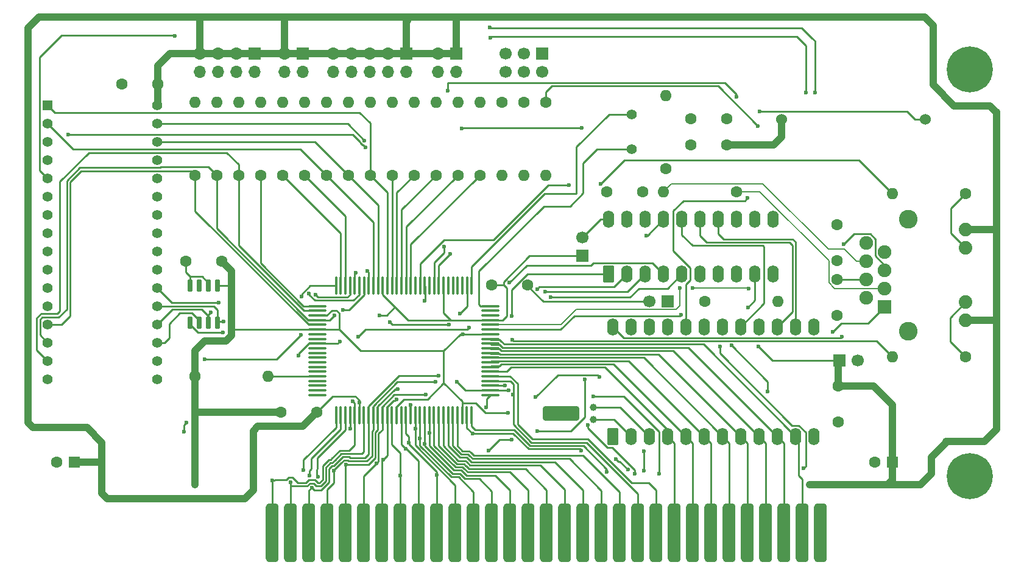
<source format=gtl>
%TF.GenerationSoftware,KiCad,Pcbnew,9.0.7*%
%TF.CreationDate,2026-02-05T12:54:47+03:00*%
%TF.ProjectId,ISA8_Ethernet,49534138-5f45-4746-9865-726e65742e6b,1.0*%
%TF.SameCoordinates,Original*%
%TF.FileFunction,Copper,L1,Top*%
%TF.FilePolarity,Positive*%
%FSLAX46Y46*%
G04 Gerber Fmt 4.6, Leading zero omitted, Abs format (unit mm)*
G04 Created by KiCad (PCBNEW 9.0.7) date 2026-02-05 12:54:47*
%MOMM*%
%LPD*%
G01*
G04 APERTURE LIST*
G04 Aperture macros list*
%AMRoundRect*
0 Rectangle with rounded corners*
0 $1 Rounding radius*
0 $2 $3 $4 $5 $6 $7 $8 $9 X,Y pos of 4 corners*
0 Add a 4 corners polygon primitive as box body*
4,1,4,$2,$3,$4,$5,$6,$7,$8,$9,$2,$3,0*
0 Add four circle primitives for the rounded corners*
1,1,$1+$1,$2,$3*
1,1,$1+$1,$4,$5*
1,1,$1+$1,$6,$7*
1,1,$1+$1,$8,$9*
0 Add four rect primitives between the rounded corners*
20,1,$1+$1,$2,$3,$4,$5,0*
20,1,$1+$1,$4,$5,$6,$7,0*
20,1,$1+$1,$6,$7,$8,$9,0*
20,1,$1+$1,$8,$9,$2,$3,0*%
G04 Aperture macros list end*
%TA.AperFunction,ComponentPad*%
%ADD10C,6.400000*%
%TD*%
%TA.AperFunction,ComponentPad*%
%ADD11C,1.397000*%
%TD*%
%TA.AperFunction,ComponentPad*%
%ADD12R,1.397000X1.397000*%
%TD*%
%TA.AperFunction,SMDPad,CuDef*%
%ADD13RoundRect,0.150000X0.150000X-0.725000X0.150000X0.725000X-0.150000X0.725000X-0.150000X-0.725000X0*%
%TD*%
%TA.AperFunction,ComponentPad*%
%ADD14C,1.600000*%
%TD*%
%TA.AperFunction,ComponentPad*%
%ADD15O,1.600000X1.600000*%
%TD*%
%TA.AperFunction,SMDPad,CuDef*%
%ADD16RoundRect,0.100000X0.100000X-1.150000X0.100000X1.150000X-0.100000X1.150000X-0.100000X-1.150000X0*%
%TD*%
%TA.AperFunction,SMDPad,CuDef*%
%ADD17RoundRect,0.100000X1.150000X0.100000X-1.150000X0.100000X-1.150000X-0.100000X1.150000X-0.100000X0*%
%TD*%
%TA.AperFunction,ConnectorPad*%
%ADD18RoundRect,0.444500X-0.444500X-3.619500X0.444500X-3.619500X0.444500X3.619500X-0.444500X3.619500X0*%
%TD*%
%TA.AperFunction,ComponentPad*%
%ADD19C,2.600000*%
%TD*%
%TA.AperFunction,ComponentPad*%
%ADD20C,1.890000*%
%TD*%
%TA.AperFunction,ComponentPad*%
%ADD21R,1.900000X1.900000*%
%TD*%
%TA.AperFunction,ComponentPad*%
%ADD22C,1.900000*%
%TD*%
%TA.AperFunction,ComponentPad*%
%ADD23R,1.600000X1.600000*%
%TD*%
%TA.AperFunction,ComponentPad*%
%ADD24R,1.700000X1.700000*%
%TD*%
%TA.AperFunction,ComponentPad*%
%ADD25O,1.700000X1.700000*%
%TD*%
%TA.AperFunction,ComponentPad*%
%ADD26C,1.524000*%
%TD*%
%TA.AperFunction,ComponentPad*%
%ADD27C,1.700000*%
%TD*%
%TA.AperFunction,ComponentPad*%
%ADD28C,1.000000*%
%TD*%
%TA.AperFunction,SMDPad,CuDef*%
%ADD29RoundRect,0.250000X-2.250000X0.750000X-2.250000X-0.750000X2.250000X-0.750000X2.250000X0.750000X0*%
%TD*%
%TA.AperFunction,ComponentPad*%
%ADD30RoundRect,0.250000X0.550000X-0.950000X0.550000X0.950000X-0.550000X0.950000X-0.550000X-0.950000X0*%
%TD*%
%TA.AperFunction,ComponentPad*%
%ADD31O,1.600000X2.400000*%
%TD*%
%TA.AperFunction,ViaPad*%
%ADD32C,0.600000*%
%TD*%
%TA.AperFunction,ViaPad*%
%ADD33C,0.800000*%
%TD*%
%TA.AperFunction,Conductor*%
%ADD34C,0.250000*%
%TD*%
%TA.AperFunction,Conductor*%
%ADD35C,1.000000*%
%TD*%
%TA.AperFunction,Conductor*%
%ADD36C,0.203200*%
%TD*%
G04 APERTURE END LIST*
D10*
%TO.P,HOLE1,1,1*%
%TO.N,GND*%
X201041000Y-66040000D03*
%TD*%
%TO.P,HOLE2,1,1*%
%TO.N,GND*%
X201041000Y-122555000D03*
%TD*%
D11*
%TO.P,Y1,1,1*%
%TO.N,Net-(U3-X1)*%
X154072800Y-77148140D03*
%TO.P,Y1,2,2*%
%TO.N,Net-(U3-X2)*%
X154072800Y-72266260D03*
%TD*%
D12*
%TO.P,U1,1,A18*%
%TO.N,/BA18*%
X72898000Y-71018400D03*
D11*
%TO.P,U1,2,A16*%
%TO.N,/BA16*%
X72898000Y-73558400D03*
%TO.P,U1,3,A15*%
%TO.N,/BA15*%
X72898000Y-76098400D03*
%TO.P,U1,4,A12*%
%TO.N,/A12*%
X72898000Y-78638400D03*
%TO.P,U1,5,A7*%
%TO.N,/A7*%
X72898000Y-81178400D03*
%TO.P,U1,6,A6*%
%TO.N,/A6*%
X72898000Y-83718400D03*
%TO.P,U1,7,A5*%
%TO.N,/A5*%
X72898000Y-86258400D03*
%TO.P,U1,8,A4*%
%TO.N,/A4*%
X72898000Y-88798400D03*
%TO.P,U1,9,A3*%
%TO.N,/A3*%
X72898000Y-91338400D03*
%TO.P,U1,10,A2*%
%TO.N,/A2*%
X72898000Y-93878400D03*
%TO.P,U1,11,A1*%
%TO.N,/A1*%
X72898000Y-96418400D03*
%TO.P,U1,12,A0*%
%TO.N,/A0*%
X72898000Y-98958400D03*
%TO.P,U1,13,DQ0*%
%TO.N,/BD0*%
X72898000Y-101498400D03*
%TO.P,U1,14,DQ1*%
%TO.N,/BD1*%
X72898000Y-104038400D03*
%TO.P,U1,15,DQ2*%
%TO.N,/BD2*%
X72898000Y-106578400D03*
%TO.P,U1,16,GND*%
%TO.N,GND*%
X72898000Y-109118400D03*
%TO.P,U1,17,DQ3*%
%TO.N,/BD3*%
X88138000Y-109118400D03*
%TO.P,U1,18,DQ4*%
%TO.N,/BD4*%
X88138000Y-106578400D03*
%TO.P,U1,19,DQ5*%
%TO.N,/BD5*%
X88138000Y-104038400D03*
%TO.P,U1,20,DQ6*%
%TO.N,/BD6*%
X88138000Y-101498400D03*
%TO.P,U1,21,DQ7*%
%TO.N,/BD7*%
X88138000Y-98958400D03*
%TO.P,U1,22,~{CE}*%
%TO.N,/~{BCS}*%
X88138000Y-96418400D03*
%TO.P,U1,23,A10*%
%TO.N,/A10*%
X88138000Y-93878400D03*
%TO.P,U1,24,~{OE}*%
%TO.N,/~{SMEMR}*%
X88138000Y-91338400D03*
%TO.P,U1,25,A11*%
%TO.N,/A11*%
X88138000Y-88798400D03*
%TO.P,U1,26,A9*%
%TO.N,/A9*%
X88138000Y-86258400D03*
%TO.P,U1,27,A8*%
%TO.N,/A8*%
X88138000Y-83718400D03*
%TO.P,U1,28,A13*%
%TO.N,/A13*%
X88138000Y-81178400D03*
%TO.P,U1,29,A14*%
%TO.N,/BA14*%
X88138000Y-78638400D03*
%TO.P,U1,30,A17*%
%TO.N,/BA17*%
X88138000Y-76098400D03*
%TO.P,U1,31,~{WE}*%
%TO.N,/~{SMEMW}*%
X88138000Y-73558400D03*
%TO.P,U1,32,VCC*%
%TO.N,VCC*%
X88138000Y-71018400D03*
%TD*%
D13*
%TO.P,U2,1,CS*%
%TO.N,/EECS*%
X92684600Y-101228600D03*
%TO.P,U2,2,SCLK*%
%TO.N,/BD5*%
X93954600Y-101228600D03*
%TO.P,U2,3,DI*%
%TO.N,/BD6*%
X95224600Y-101228600D03*
%TO.P,U2,4,DO*%
%TO.N,/BD7*%
X96494600Y-101228600D03*
%TO.P,U2,5,GND*%
%TO.N,GND*%
X96494600Y-96078600D03*
%TO.P,U2,6,ORG*%
%TO.N,VCC*%
X95224600Y-96078600D03*
%TO.P,U2,7,NC*%
%TO.N,unconnected-(U2-NC-Pad7)*%
X93954600Y-96078600D03*
%TO.P,U2,8,VCC*%
%TO.N,VCC*%
X92684600Y-96078600D03*
%TD*%
D14*
%TO.P,C5,1*%
%TO.N,VCC*%
X134621400Y-96020400D03*
%TO.P,C5,2*%
%TO.N,GND*%
X139621400Y-96020400D03*
%TD*%
%TO.P,C3,1*%
%TO.N,VCC*%
X92089600Y-92710000D03*
%TO.P,C3,2*%
%TO.N,GND*%
X97089600Y-92710000D03*
%TD*%
%TO.P,R1,1*%
%TO.N,GND*%
X93370400Y-108712000D03*
D15*
%TO.P,R1,2*%
%TO.N,/~{IOCS16}*%
X103530400Y-108712000D03*
%TD*%
D14*
%TO.P,R16,1*%
%TO.N,Net-(U3-X1)*%
X158772800Y-79787200D03*
D15*
%TO.P,R16,2*%
%TO.N,Net-(U3-X2)*%
X158772800Y-69627200D03*
%TD*%
D14*
%TO.P,C2,1*%
%TO.N,VCC*%
X88199600Y-68021200D03*
%TO.P,C2,2*%
%TO.N,GND*%
X83199600Y-68021200D03*
%TD*%
D16*
%TO.P,U3,1,INT3/IRQ5*%
%TO.N,/IRQ5*%
X112964400Y-114113600D03*
%TO.P,U3,2,INT2/IRQ4*%
%TO.N,/IRQ4*%
X113614400Y-114113600D03*
%TO.P,U3,3,INT1/IRQ3*%
%TO.N,/IRQ3*%
X114264400Y-114113600D03*
%TO.P,U3,4,INT0/IRQ2/9*%
%TO.N,/IRQ9*%
X114914400Y-114113600D03*
%TO.P,U3,5,SA0*%
%TO.N,/A0*%
X115539400Y-114113600D03*
%TO.P,U3,6,VCC*%
%TO.N,VCC*%
X116189400Y-114113600D03*
%TO.P,U3,7,SA1*%
%TO.N,/A1*%
X116839400Y-114113600D03*
%TO.P,U3,8,SA2*%
%TO.N,/A2*%
X117489400Y-114113600D03*
%TO.P,U3,9,SA3*%
%TO.N,/A3*%
X118139400Y-114113600D03*
%TO.P,U3,10,SA4*%
%TO.N,/A4*%
X118789400Y-114113600D03*
%TO.P,U3,11,SA5*%
%TO.N,/A5*%
X119439400Y-114113600D03*
%TO.P,U3,12,SA6*%
%TO.N,/A6*%
X120089400Y-114113600D03*
%TO.P,U3,13,SA7*%
%TO.N,/A7*%
X120739400Y-114113600D03*
%TO.P,U3,14,GND*%
%TO.N,GND*%
X121389400Y-114113600D03*
%TO.P,U3,15,SA8*%
%TO.N,/A8*%
X122039400Y-114113600D03*
%TO.P,U3,16,SA9*%
%TO.N,/A9*%
X122689400Y-114113600D03*
%TO.P,U3,17,VCC*%
%TO.N,VCC*%
X123339400Y-114113600D03*
%TO.P,U3,18,SA10*%
%TO.N,/A10*%
X123989400Y-114113600D03*
%TO.P,U3,19,SA11*%
%TO.N,/A11*%
X124639400Y-114113600D03*
%TO.P,U3,20,SA12*%
%TO.N,/A12*%
X125289400Y-114113600D03*
%TO.P,U3,21,SA13*%
%TO.N,/A13*%
X125939400Y-114113600D03*
%TO.P,U3,22,SA14*%
%TO.N,/A14*%
X126589400Y-114113600D03*
%TO.P,U3,23,SA15*%
%TO.N,/A15*%
X127239400Y-114113600D03*
%TO.P,U3,24,SA16*%
%TO.N,/A16*%
X127889400Y-114113600D03*
%TO.P,U3,25,SA17*%
%TO.N,/A17*%
X128539400Y-114113600D03*
%TO.P,U3,26,SA18*%
%TO.N,/A18*%
X129189400Y-114113600D03*
%TO.P,U3,27,SA19*%
%TO.N,/A19*%
X129839400Y-114113600D03*
%TO.P,U3,28,GND*%
%TO.N,GND*%
X130489400Y-114113600D03*
%TO.P,U3,29,~{IORB}*%
%TO.N,/~{IOR}*%
X131139400Y-114113600D03*
%TO.P,U3,30,~{IOWB}*%
%TO.N,/~{IOW}*%
X131789400Y-114113600D03*
D17*
%TO.P,U3,31,~{SMEMRB}*%
%TO.N,/~{SMEMR}*%
X134389400Y-111288600D03*
%TO.P,U3,32,~{SMEMWB}*%
%TO.N,/~{SMEMW}*%
X134389400Y-110638600D03*
%TO.P,U3,33,RSTDRV*%
%TO.N,/RSTDRV*%
X134389400Y-109988600D03*
%TO.P,U3,34,AEN*%
%TO.N,/AEN*%
X134389400Y-109338600D03*
%TO.P,U3,35,IOCHRDY*%
%TO.N,/IOCHRDY*%
X134389400Y-108688600D03*
%TO.P,U3,36,SD0*%
%TO.N,/D0*%
X134389400Y-108038600D03*
%TO.P,U3,37,SD1*%
%TO.N,/D1*%
X134389400Y-107388600D03*
%TO.P,U3,38,SD2*%
%TO.N,/D2*%
X134389400Y-106738600D03*
%TO.P,U3,39,SD3*%
%TO.N,/D3*%
X134389400Y-106088600D03*
%TO.P,U3,40,SD4*%
%TO.N,/D4*%
X134389400Y-105438600D03*
%TO.P,U3,41,SD5*%
%TO.N,/D5*%
X134389400Y-104788600D03*
%TO.P,U3,42,SD6*%
%TO.N,/D6*%
X134389400Y-104138600D03*
%TO.P,U3,43,SD7*%
%TO.N,/D7*%
X134389400Y-103488600D03*
%TO.P,U3,44,GND*%
%TO.N,GND*%
X134389400Y-102838600D03*
%TO.P,U3,45,TPOUT+*%
%TO.N,/TP_TX+*%
X134389400Y-102188600D03*
%TO.P,U3,46,TPOUT-*%
%TO.N,/TP_TX-*%
X134389400Y-101538600D03*
%TO.P,U3,47,VCC*%
%TO.N,VCC*%
X134389400Y-100888600D03*
%TO.P,U3,48,TX-*%
%TO.N,unconnected-(U3-TX--Pad48)*%
X134389400Y-100238600D03*
%TO.P,U3,49,TX+*%
%TO.N,unconnected-(U3-TX+-Pad49)*%
X134389400Y-99588600D03*
%TO.P,U3,50,X1*%
%TO.N,Net-(U3-X1)*%
X134389400Y-98938600D03*
D16*
%TO.P,U3,51,X2*%
%TO.N,Net-(U3-X2)*%
X131814400Y-96113600D03*
%TO.P,U3,52,GND*%
%TO.N,GND*%
X131164400Y-96113600D03*
%TO.P,U3,53,CD-*%
%TO.N,unconnected-(U3-CD--Pad53)*%
X130514400Y-96113600D03*
%TO.P,U3,54,CD+*%
%TO.N,unconnected-(U3-CD+-Pad54)*%
X129864400Y-96113600D03*
%TO.P,U3,55,RX-*%
%TO.N,unconnected-(U3-RX--Pad55)*%
X129214400Y-96113600D03*
%TO.P,U3,56,RX+*%
%TO.N,unconnected-(U3-RX+-Pad56)*%
X128564400Y-96113600D03*
%TO.P,U3,57,VCC*%
%TO.N,VCC*%
X127914400Y-96113600D03*
%TO.P,U3,58,TPIN-*%
%TO.N,/TP_RX-*%
X127264400Y-96113600D03*
%TO.P,U3,59,TPIN+*%
%TO.N,/TP_RX+*%
X126614400Y-96113600D03*
%TO.P,U3,60,LEDBNC*%
%TO.N,unconnected-(U3-LEDBNC-Pad60)*%
X125964400Y-96113600D03*
%TO.P,U3,61,LED0/LED_COL/LED_LINK*%
%TO.N,/LED_LINK*%
X125314400Y-96113600D03*
%TO.P,U3,62,LED1/LED_RX/LED_CRS*%
%TO.N,/LED_CRS*%
X124664400Y-96113600D03*
%TO.P,U3,63,LED2/LED_TX*%
%TO.N,unconnected-(U3-LED2{slash}LED_TX-Pad63)*%
X124014400Y-96113600D03*
%TO.P,U3,64,AUI*%
%TO.N,/AUI*%
X123364400Y-96113600D03*
%TO.P,U3,65,JP*%
%TO.N,/JP*%
X122714400Y-96113600D03*
%TO.P,U3,66,BA21/PNP*%
%TO.N,/BA21*%
X122064400Y-96113600D03*
%TO.P,U3,67,BA20/BS0*%
%TO.N,/BA20*%
X121414400Y-96113600D03*
%TO.P,U3,68,BA19/BS1*%
%TO.N,/BA19*%
X120764400Y-96113600D03*
%TO.P,U3,69,BA18/BS2*%
%TO.N,/BA18*%
X120114400Y-96113600D03*
%TO.P,U3,70,VCC*%
%TO.N,VCC*%
X119464400Y-96113600D03*
%TO.P,U3,71,BA17/BS3*%
%TO.N,/BA17*%
X118814400Y-96113600D03*
%TO.P,U3,72,BA16/BS4*%
%TO.N,/BA16*%
X118164400Y-96113600D03*
%TO.P,U3,73,BA15*%
%TO.N,/BA15*%
X117514400Y-96113600D03*
%TO.P,U3,74,BA14/PL0*%
%TO.N,/BA14*%
X116864400Y-96113600D03*
%TO.P,U3,75,~{BCSB}*%
%TO.N,/~{BCS}*%
X116214400Y-96113600D03*
%TO.P,U3,76,EECS*%
%TO.N,/EECS*%
X115564400Y-96113600D03*
%TO.P,U3,77,BD7/PL1/EEDO*%
%TO.N,/BD7*%
X114914400Y-96113600D03*
%TO.P,U3,78,BD6/IRQS0/EEDI*%
%TO.N,/BD6*%
X114264400Y-96113600D03*
%TO.P,U3,79,BD5/IRQS1/EESK*%
%TO.N,/BD5*%
X113614400Y-96113600D03*
%TO.P,U3,80,BD4/IRQS2*%
%TO.N,/BD4*%
X112964400Y-96113600D03*
D17*
%TO.P,U3,81,BD3/IOS0*%
%TO.N,/BD3*%
X110389400Y-98938600D03*
%TO.P,U3,82,BD2/IOS1*%
%TO.N,/BD2*%
X110389400Y-99588600D03*
%TO.P,U3,83,GND*%
%TO.N,GND*%
X110389400Y-100238600D03*
%TO.P,U3,84,BD1/IOS2*%
%TO.N,/BD1*%
X110389400Y-100888600D03*
%TO.P,U3,85,BD0/IOS3*%
%TO.N,/BD0*%
X110389400Y-101538600D03*
%TO.P,U3,86,GND*%
%TO.N,GND*%
X110389400Y-102188600D03*
%TO.P,U3,87,SD15*%
%TO.N,unconnected-(U3-SD15-Pad87)*%
X110389400Y-102838600D03*
%TO.P,U3,88,SD14*%
%TO.N,unconnected-(U3-SD14-Pad88)*%
X110389400Y-103488600D03*
%TO.P,U3,89,VCC*%
%TO.N,VCC*%
X110389400Y-104138600D03*
%TO.P,U3,90,SD13*%
%TO.N,unconnected-(U3-SD13-Pad90)*%
X110389400Y-104788600D03*
%TO.P,U3,91,SD12*%
%TO.N,unconnected-(U3-SD12-Pad91)*%
X110389400Y-105438600D03*
%TO.P,U3,92,SD11*%
%TO.N,unconnected-(U3-SD11-Pad92)*%
X110389400Y-106088600D03*
%TO.P,U3,93,SD10*%
%TO.N,unconnected-(U3-SD10-Pad93)*%
X110389400Y-106738600D03*
%TO.P,U3,94,SD9*%
%TO.N,unconnected-(U3-SD9-Pad94)*%
X110389400Y-107388600D03*
%TO.P,U3,95,SD8*%
%TO.N,unconnected-(U3-SD8-Pad95)*%
X110389400Y-108038600D03*
%TO.P,U3,96,~{IOCS16B/SLOT16}*%
%TO.N,/~{IOCS16}*%
X110389400Y-108688600D03*
%TO.P,U3,97,INT7/IRQ15*%
%TO.N,unconnected-(U3-INT7{slash}IRQ15-Pad97)*%
X110389400Y-109338600D03*
%TO.P,U3,98,INT6/IRQ12*%
%TO.N,unconnected-(U3-INT6{slash}IRQ12-Pad98)*%
X110389400Y-109988600D03*
%TO.P,U3,99,INT5/IRQ11*%
%TO.N,unconnected-(U3-INT5{slash}IRQ11-Pad99)*%
X110389400Y-110638600D03*
%TO.P,U3,100,INT4/IRQ10*%
%TO.N,unconnected-(U3-INT4{slash}IRQ10-Pad100)*%
X110389400Y-111288600D03*
%TD*%
D14*
%TO.P,R17,1*%
%TO.N,/TP_RX+*%
X168605200Y-83007200D03*
D15*
%TO.P,R17,2*%
%TO.N,/TP_RX-*%
X158445200Y-83007200D03*
%TD*%
D14*
%TO.P,C7,1*%
%TO.N,Net-(J5-TCT)*%
X182575200Y-95239200D03*
%TO.P,C7,2*%
%TO.N,GND*%
X182575200Y-100239200D03*
%TD*%
%TO.P,R18,1*%
%TO.N,Net-(J5-LEDY_K)*%
X200456800Y-83261200D03*
D15*
%TO.P,R18,2*%
%TO.N,/LED_CRS*%
X190296800Y-83261200D03*
%TD*%
D14*
%TO.P,C10,1*%
%TO.N,GND*%
X167272800Y-76507200D03*
%TO.P,C10,2*%
%TO.N,Net-(U3-X1)*%
X162272800Y-76507200D03*
%TD*%
%TO.P,C9,1*%
%TO.N,GND*%
X167272800Y-72907200D03*
%TO.P,C9,2*%
%TO.N,Net-(U3-X2)*%
X162272800Y-72907200D03*
%TD*%
D18*
%TO.P,BUS1,32,IO_CH_CK*%
%TO.N,unconnected-(BUS1-IO_CH_CK-Pad32)*%
X180340000Y-130492500D03*
%TO.P,BUS1,33,SD7*%
%TO.N,/D7*%
X177800000Y-130492500D03*
%TO.P,BUS1,34,SD6*%
%TO.N,/D6*%
X175260000Y-130492500D03*
%TO.P,BUS1,35,SD5*%
%TO.N,/D5*%
X172720000Y-130492500D03*
%TO.P,BUS1,36,SD4*%
%TO.N,/D4*%
X170180000Y-130492500D03*
%TO.P,BUS1,37,SD3*%
%TO.N,/D3*%
X167640000Y-130492500D03*
%TO.P,BUS1,38,SD2*%
%TO.N,/D2*%
X165100000Y-130492500D03*
%TO.P,BUS1,39,SD1*%
%TO.N,/D1*%
X162560000Y-130492500D03*
%TO.P,BUS1,40,SD0*%
%TO.N,/D0*%
X160020000Y-130492500D03*
%TO.P,BUS1,41,IO_READY*%
%TO.N,/IOCHRDY*%
X157480000Y-130492500D03*
%TO.P,BUS1,42,AEN*%
%TO.N,/AEN*%
X154940000Y-130492500D03*
%TO.P,BUS1,43,SA19*%
%TO.N,/A19*%
X152400000Y-130492500D03*
%TO.P,BUS1,44,SA18*%
%TO.N,/A18*%
X149860000Y-130492500D03*
%TO.P,BUS1,45,SA17*%
%TO.N,/A17*%
X147320000Y-130492500D03*
%TO.P,BUS1,46,SA16*%
%TO.N,/A16*%
X144780000Y-130492500D03*
%TO.P,BUS1,47,SA15*%
%TO.N,/A15*%
X142240000Y-130492500D03*
%TO.P,BUS1,48,SA14*%
%TO.N,/A14*%
X139700000Y-130492500D03*
%TO.P,BUS1,49,SA13*%
%TO.N,/A13*%
X137160000Y-130492500D03*
%TO.P,BUS1,50,SA12*%
%TO.N,/A12*%
X134620000Y-130492500D03*
%TO.P,BUS1,51,SA11*%
%TO.N,/A11*%
X132080000Y-130492500D03*
%TO.P,BUS1,52,SA10*%
%TO.N,/A10*%
X129540000Y-130492500D03*
%TO.P,BUS1,53,SA9*%
%TO.N,/A9*%
X127000000Y-130492500D03*
%TO.P,BUS1,54,SA8*%
%TO.N,/A8*%
X124460000Y-130492500D03*
%TO.P,BUS1,55,SA7*%
%TO.N,/A7*%
X121920000Y-130492500D03*
%TO.P,BUS1,56,SA6*%
%TO.N,/A6*%
X119380000Y-130492500D03*
%TO.P,BUS1,57,SA5*%
%TO.N,/A5*%
X116840000Y-130492500D03*
%TO.P,BUS1,58,SA4*%
%TO.N,/A4*%
X114300000Y-130492500D03*
%TO.P,BUS1,59,SA3*%
%TO.N,/A3*%
X111760000Y-130492500D03*
%TO.P,BUS1,60,SA2*%
%TO.N,/A2*%
X109220000Y-130492500D03*
%TO.P,BUS1,61,SA1*%
%TO.N,/A1*%
X106680000Y-130492500D03*
%TO.P,BUS1,62,SA0*%
%TO.N,/A0*%
X104140000Y-130492500D03*
%TD*%
D14*
%TO.P,C4,1*%
%TO.N,VCC*%
X110299000Y-113688000D03*
%TO.P,C4,2*%
%TO.N,GND*%
X105299000Y-113688000D03*
%TD*%
%TO.P,R19,1*%
%TO.N,Net-(J5-LEDG_K)*%
X200480000Y-106000000D03*
D15*
%TO.P,R19,2*%
%TO.N,/LED_LINK*%
X190320000Y-106000000D03*
%TD*%
D14*
%TO.P,C8,1*%
%TO.N,Net-(J5-RCT)*%
X182575200Y-92619200D03*
%TO.P,C8,2*%
%TO.N,GND*%
X182575200Y-87619200D03*
%TD*%
D19*
%TO.P,J5,13,SHIELD*%
%TO.N,GND*%
X192520000Y-102390000D03*
X192520000Y-86840000D03*
D20*
%TO.P,J5,L1,LEDY_A*%
%TO.N,VCC*%
X200470000Y-88290000D03*
%TO.P,J5,L2,LEDY_K*%
%TO.N,Net-(J5-LEDY_K)*%
X200470000Y-90830000D03*
%TO.P,J5,L3,LEDG_K*%
%TO.N,Net-(J5-LEDG_K)*%
X200470000Y-98400000D03*
%TO.P,J5,L4,LEDG_A*%
%TO.N,VCC*%
X200470000Y-100940000D03*
D21*
%TO.P,J5,R1,TD+*%
%TO.N,/TP_TX+*%
X189230000Y-99060000D03*
D22*
%TO.P,J5,R2,TD-*%
%TO.N,/TP_TX-*%
X186690000Y-97790000D03*
%TO.P,J5,R3,RD+*%
%TO.N,/TP_RX+*%
X189230000Y-96520000D03*
%TO.P,J5,R4,TCT*%
%TO.N,Net-(J5-TCT)*%
X186690000Y-95250000D03*
%TO.P,J5,R5,RCT*%
%TO.N,Net-(J5-RCT)*%
X189230000Y-93980000D03*
%TO.P,J5,R6,RD-*%
%TO.N,/TP_RX-*%
X186690000Y-92710000D03*
%TO.P,J5,R7,NC*%
%TO.N,unconnected-(J5-NC-PadR7)*%
X189230000Y-91440000D03*
%TO.P,J5,R8,GND*%
%TO.N,GND*%
X186690000Y-90170000D03*
%TD*%
D23*
%TO.P,C6,1*%
%TO.N,VCC*%
X190310779Y-120599200D03*
D14*
%TO.P,C6,2*%
%TO.N,GND*%
X187810779Y-120599200D03*
%TD*%
D23*
%TO.P,C1,1*%
%TO.N,VCC*%
X76606400Y-120599200D03*
D14*
%TO.P,C1,2*%
%TO.N,GND*%
X74106400Y-120599200D03*
%TD*%
%TO.P,R6,1*%
%TO.N,/BD3*%
X102463600Y-80721200D03*
D15*
%TO.P,R6,2*%
%TO.N,Net-(J3-Pin_2)*%
X102463600Y-70561200D03*
%TD*%
D24*
%TO.P,J1,1,Pin_1*%
%TO.N,VCC*%
X129641600Y-63844800D03*
D25*
%TO.P,J1,2,Pin_2*%
%TO.N,Net-(J1-Pin_2)*%
X129641600Y-66384800D03*
%TO.P,J1,3,Pin_3*%
%TO.N,VCC*%
X127101600Y-63844800D03*
%TO.P,J1,4,Pin_4*%
%TO.N,Net-(J1-Pin_4)*%
X127101600Y-66384800D03*
%TD*%
D24*
%TO.P,J2,1,Pin_1*%
%TO.N,VCC*%
X108310600Y-63844800D03*
D25*
%TO.P,J2,2,Pin_2*%
%TO.N,Net-(J2-Pin_2)*%
X108310600Y-66384800D03*
%TO.P,J2,3,Pin_3*%
%TO.N,VCC*%
X105770600Y-63844800D03*
%TO.P,J2,4,Pin_4*%
%TO.N,Net-(J2-Pin_4)*%
X105770600Y-66384800D03*
%TD*%
D14*
%TO.P,R21,1*%
%TO.N,/AS1*%
X139039600Y-70561200D03*
D15*
%TO.P,R21,2*%
%TO.N,VCC*%
X139039600Y-80721200D03*
%TD*%
D14*
%TO.P,R23,1*%
%TO.N,/~{IRQ}*%
X164185600Y-98267600D03*
D15*
%TO.P,R23,2*%
%TO.N,VCC*%
X174345600Y-98267600D03*
%TD*%
D26*
%TO.P,BT1,1,+*%
%TO.N,Net-(BT1-+)*%
X194899280Y-72999600D03*
%TO.P,BT1,2,-*%
%TO.N,GND*%
X174899320Y-72999600D03*
%TD*%
D24*
%TO.P,J4,1,Pin_1*%
%TO.N,VCC*%
X122778600Y-63844800D03*
D25*
%TO.P,J4,2,Pin_2*%
%TO.N,Net-(J4-Pin_2)*%
X122778600Y-66384800D03*
%TO.P,J4,3,Pin_3*%
%TO.N,VCC*%
X120238600Y-63844800D03*
%TO.P,J4,4,Pin_4*%
%TO.N,Net-(J4-Pin_4)*%
X120238600Y-66384800D03*
%TO.P,J4,5,Pin_5*%
%TO.N,VCC*%
X117698600Y-63844800D03*
%TO.P,J4,6,Pin_6*%
%TO.N,Net-(J4-Pin_6)*%
X117698600Y-66384800D03*
%TO.P,J4,7,Pin_7*%
%TO.N,VCC*%
X115158600Y-63844800D03*
%TO.P,J4,8,Pin_8*%
%TO.N,Net-(J4-Pin_8)*%
X115158600Y-66384800D03*
%TO.P,J4,9,Pin_9*%
%TO.N,VCC*%
X112618600Y-63844800D03*
%TO.P,J4,10,Pin_10*%
%TO.N,Net-(J4-Pin_10)*%
X112618600Y-66384800D03*
%TD*%
D14*
%TO.P,R5,1*%
%TO.N,/BD5*%
X105511600Y-80721200D03*
D15*
%TO.P,R5,2*%
%TO.N,Net-(J2-Pin_4)*%
X105511600Y-70561200D03*
%TD*%
D14*
%TO.P,R8,1*%
%TO.N,/BD1*%
X96367600Y-80721200D03*
D15*
%TO.P,R8,2*%
%TO.N,Net-(J3-Pin_6)*%
X96367600Y-70561200D03*
%TD*%
D14*
%TO.P,R10,1*%
%TO.N,/AUI*%
X132943600Y-80721200D03*
D15*
%TO.P,R10,2*%
%TO.N,GND*%
X132943600Y-70561200D03*
%TD*%
D24*
%TO.P,JP3,1,A*%
%TO.N,VCC*%
X147218400Y-91953000D03*
D27*
%TO.P,JP3,2,B*%
%TO.N,Net-(JP3-B)*%
X147218400Y-89413000D03*
%TD*%
D14*
%TO.P,R12,1*%
%TO.N,/BA19*%
X120751600Y-80721200D03*
D15*
%TO.P,R12,2*%
%TO.N,Net-(J4-Pin_4)*%
X120751600Y-70561200D03*
%TD*%
D14*
%TO.P,R9,1*%
%TO.N,/BD0*%
X93319600Y-80721200D03*
D15*
%TO.P,R9,2*%
%TO.N,Net-(J3-Pin_8)*%
X93319600Y-70561200D03*
%TD*%
D24*
%TO.P,J6,1,Pin_1*%
%TO.N,GND*%
X141579600Y-63814800D03*
D27*
%TO.P,J6,2,Pin_2*%
%TO.N,/AS2*%
X141579600Y-66354800D03*
%TO.P,J6,3,Pin_3*%
%TO.N,GND*%
X139039600Y-63814800D03*
%TO.P,J6,4,Pin_4*%
%TO.N,/AS1*%
X139039600Y-66354800D03*
%TO.P,J6,5,Pin_5*%
%TO.N,GND*%
X136499600Y-63814800D03*
%TO.P,J6,6,Pin_6*%
%TO.N,/AS0*%
X136499600Y-66354800D03*
%TD*%
D14*
%TO.P,R13,1*%
%TO.N,/BA18*%
X117703600Y-80721200D03*
D15*
%TO.P,R13,2*%
%TO.N,Net-(J4-Pin_6)*%
X117703600Y-70561200D03*
%TD*%
D24*
%TO.P,JP2,1,A*%
%TO.N,VCC*%
X182976600Y-106476800D03*
D27*
%TO.P,JP2,2,B*%
%TO.N,Net-(JP2-B)*%
X185516600Y-106476800D03*
%TD*%
D28*
%TO.P,Y2,1,1*%
%TO.N,Net-(U5-X2)*%
X148742400Y-112979200D03*
%TO.P,Y2,2,2*%
%TO.N,Net-(U5-X1)*%
X148742400Y-114679200D03*
D29*
%TO.P,Y2,3,3*%
%TO.N,GND*%
X144242400Y-113829200D03*
%TD*%
D24*
%TO.P,J3,1,Pin_1*%
%TO.N,VCC*%
X101691600Y-63844800D03*
D25*
%TO.P,J3,2,Pin_2*%
%TO.N,Net-(J3-Pin_2)*%
X101691600Y-66384800D03*
%TO.P,J3,3,Pin_3*%
%TO.N,VCC*%
X99151600Y-63844800D03*
%TO.P,J3,4,Pin_4*%
%TO.N,Net-(J3-Pin_4)*%
X99151600Y-66384800D03*
%TO.P,J3,5,Pin_5*%
%TO.N,VCC*%
X96611600Y-63844800D03*
%TO.P,J3,6,Pin_6*%
%TO.N,Net-(J3-Pin_6)*%
X96611600Y-66384800D03*
%TO.P,J3,7,Pin_7*%
%TO.N,VCC*%
X94071600Y-63844800D03*
%TO.P,J3,8,Pin_8*%
%TO.N,Net-(J3-Pin_8)*%
X94071600Y-66384800D03*
%TD*%
D24*
%TO.P,JP1,1,A*%
%TO.N,Net-(JP1-A)*%
X159054800Y-98267600D03*
D27*
%TO.P,JP1,2,B*%
%TO.N,GND*%
X156514800Y-98267600D03*
%TD*%
D14*
%TO.P,R22,1*%
%TO.N,/AS2*%
X142087600Y-70561200D03*
D15*
%TO.P,R22,2*%
%TO.N,VCC*%
X142087600Y-80721200D03*
%TD*%
D14*
%TO.P,R11,1*%
%TO.N,/BA20*%
X123799600Y-80721200D03*
D15*
%TO.P,R11,2*%
%TO.N,Net-(J4-Pin_2)*%
X123799600Y-70561200D03*
%TD*%
D14*
%TO.P,R2,1*%
%TO.N,/JP*%
X129895600Y-80721200D03*
D15*
%TO.P,R2,2*%
%TO.N,Net-(J1-Pin_2)*%
X129895600Y-70561200D03*
%TD*%
D14*
%TO.P,R4,1*%
%TO.N,/BD6*%
X108559600Y-80721200D03*
D15*
%TO.P,R4,2*%
%TO.N,Net-(J2-Pin_2)*%
X108559600Y-70561200D03*
%TD*%
D14*
%TO.P,C12,1*%
%TO.N,VCC*%
X150611200Y-83007200D03*
%TO.P,C12,2*%
%TO.N,GND*%
X155611200Y-83007200D03*
%TD*%
%TO.P,C11,1*%
%TO.N,VCC*%
X182727600Y-110022000D03*
%TO.P,C11,2*%
%TO.N,GND*%
X182727600Y-115022000D03*
%TD*%
%TO.P,R14,1*%
%TO.N,/BA17*%
X114655600Y-80721200D03*
D15*
%TO.P,R14,2*%
%TO.N,Net-(J4-Pin_8)*%
X114655600Y-70561200D03*
%TD*%
D14*
%TO.P,R20,1*%
%TO.N,/AS0*%
X135991600Y-70561200D03*
D15*
%TO.P,R20,2*%
%TO.N,VCC*%
X135991600Y-80721200D03*
%TD*%
D14*
%TO.P,R15,1*%
%TO.N,/BA16*%
X111607600Y-80721200D03*
D15*
%TO.P,R15,2*%
%TO.N,Net-(J4-Pin_10)*%
X111607600Y-70561200D03*
%TD*%
D14*
%TO.P,R7,1*%
%TO.N,/BD2*%
X99415600Y-80721200D03*
D15*
%TO.P,R7,2*%
%TO.N,Net-(J3-Pin_4)*%
X99415600Y-70561200D03*
%TD*%
D14*
%TO.P,R3,1*%
%TO.N,/BA21*%
X126847600Y-80721200D03*
D15*
%TO.P,R3,2*%
%TO.N,Net-(J1-Pin_4)*%
X126847600Y-70561200D03*
%TD*%
D30*
%TO.P,U5,1,MOT*%
%TO.N,unconnected-(U5-MOT-Pad1)*%
X151429800Y-117043200D03*
D31*
%TO.P,U5,2,X1*%
%TO.N,Net-(U5-X1)*%
X153969800Y-117043200D03*
%TO.P,U5,3,X2*%
%TO.N,Net-(U5-X2)*%
X156509800Y-117043200D03*
%TO.P,U5,4,AD0*%
%TO.N,/D0*%
X159049800Y-117043200D03*
%TO.P,U5,5,AD1*%
%TO.N,/D1*%
X161589800Y-117043200D03*
%TO.P,U5,6,AD2*%
%TO.N,/D2*%
X164129800Y-117043200D03*
%TO.P,U5,7,AD3*%
%TO.N,/D3*%
X166669800Y-117043200D03*
%TO.P,U5,8,AD4*%
%TO.N,/D4*%
X169209800Y-117043200D03*
%TO.P,U5,9,AD5*%
%TO.N,/D5*%
X171749800Y-117043200D03*
%TO.P,U5,10,AD6*%
%TO.N,/D6*%
X174289800Y-117043200D03*
%TO.P,U5,11,AD7*%
%TO.N,/D7*%
X176829800Y-117043200D03*
%TO.P,U5,12,GND*%
%TO.N,GND*%
X179369800Y-117043200D03*
%TO.P,U5,13,~{CS}*%
X179369800Y-101803200D03*
%TO.P,U5,14,AS*%
%TO.N,/RTCALE*%
X176829800Y-101803200D03*
%TO.P,U5,15,R/~{W}*%
%TO.N,/RTCWR*%
X174289800Y-101803200D03*
%TO.P,U5,16,GND*%
%TO.N,GND*%
X171749800Y-101803200D03*
%TO.P,U5,17,DS*%
%TO.N,/RTCRD*%
X169209800Y-101803200D03*
%TO.P,U5,18,~{RESET}*%
%TO.N,VCC*%
X166669800Y-101803200D03*
%TO.P,U5,19,~{IRQ}*%
%TO.N,/~{IRQ}*%
X164129800Y-101803200D03*
%TO.P,U5,20,VBAT*%
%TO.N,Net-(BT1-+)*%
X161589800Y-101803200D03*
%TO.P,U5,21,~{RCLR}*%
%TO.N,Net-(JP1-A)*%
X159049800Y-101803200D03*
%TO.P,U5,22,NC*%
%TO.N,unconnected-(U5-NC-Pad22)*%
X156509800Y-101803200D03*
%TO.P,U5,23,SQW*%
%TO.N,unconnected-(U5-SQW-Pad23)*%
X153969800Y-101803200D03*
%TO.P,U5,24,VCC*%
%TO.N,Net-(JP2-B)*%
X151429800Y-101803200D03*
%TD*%
D30*
%TO.P,U4,1,I/CLK*%
%TO.N,/A0*%
X150876000Y-94488000D03*
D31*
%TO.P,U4,2,I1*%
%TO.N,/A2*%
X153416000Y-94488000D03*
%TO.P,U4,3,I2*%
%TO.N,/A3*%
X155956000Y-94488000D03*
%TO.P,U4,4,I3*%
%TO.N,/A4*%
X158496000Y-94488000D03*
%TO.P,U4,5,I4*%
%TO.N,/A5*%
X161036000Y-94488000D03*
%TO.P,U4,6,I5*%
%TO.N,/A6*%
X163576000Y-94488000D03*
%TO.P,U4,7,I6*%
%TO.N,/A7*%
X166116000Y-94488000D03*
%TO.P,U4,8,I7*%
%TO.N,/A8*%
X168656000Y-94488000D03*
%TO.P,U4,9,I8*%
%TO.N,/A9*%
X171196000Y-94488000D03*
%TO.P,U4,10,GND*%
%TO.N,GND*%
X173736000Y-94488000D03*
%TO.P,U4,11,I9/~{OE}*%
%TO.N,/AS2*%
X173736000Y-86868000D03*
%TO.P,U4,12,I/O8*%
%TO.N,/~{IOW}*%
X171196000Y-86868000D03*
%TO.P,U4,13,I/O7*%
%TO.N,/~{IOR}*%
X168656000Y-86868000D03*
%TO.P,U4,14,I/O6*%
%TO.N,/RTCALE*%
X166116000Y-86868000D03*
%TO.P,U4,15,I/O5*%
%TO.N,/RTCWR*%
X163576000Y-86868000D03*
%TO.P,U4,16,I/O4*%
%TO.N,/RTCRD*%
X161036000Y-86868000D03*
%TO.P,U4,17,I/O3*%
%TO.N,/AEN*%
X158496000Y-86868000D03*
%TO.P,U4,18,I/O2*%
%TO.N,/AS1*%
X155956000Y-86868000D03*
%TO.P,U4,19,I/O1*%
%TO.N,/AS0*%
X153416000Y-86868000D03*
%TO.P,U4,20,VCC*%
%TO.N,Net-(JP3-B)*%
X150876000Y-86868000D03*
%TD*%
D32*
%TO.N,/A0*%
X131470400Y-101904800D03*
X115265200Y-112166400D03*
X104140000Y-123190000D03*
X137414000Y-100279200D03*
X116078000Y-103174800D03*
%TO.N,/A1*%
X106680000Y-123393200D03*
%TO.N,/A10*%
X123989400Y-115961000D03*
%TO.N,/A11*%
X124639400Y-117297200D03*
%TO.N,/A12*%
X125289400Y-118059200D03*
%TO.N,/A13*%
X125939400Y-116586000D03*
%TO.N,/A2*%
X109596907Y-124184693D03*
X140932500Y-96554100D03*
X127242600Y-108601700D03*
%TO.N,/A3*%
X112637705Y-121801989D03*
X126815500Y-109493700D03*
X142074300Y-96953200D03*
%TO.N,/A4*%
X137075800Y-95643300D03*
X114336516Y-120984094D03*
X120433400Y-101187700D03*
X121548000Y-110468000D03*
X128702400Y-101538800D03*
%TO.N,/A5*%
X142797400Y-97683500D03*
X118618000Y-120802400D03*
X125409900Y-111252800D03*
%TO.N,/A6*%
X121354892Y-111877800D03*
X140716000Y-111556800D03*
X119497000Y-120316281D03*
X149555200Y-108762800D03*
%TO.N,/A7*%
X121920000Y-122529600D03*
X178257200Y-69240400D03*
X90576400Y-61366400D03*
X134414385Y-61584169D03*
%TO.N,/A8*%
X179527200Y-69240400D03*
X122682000Y-118770400D03*
X134366000Y-60198000D03*
%TO.N,/A9*%
X127000000Y-122377200D03*
X170230800Y-99110800D03*
X167944800Y-104409400D03*
X123088400Y-117957600D03*
X172974000Y-110794800D03*
X134162800Y-119024400D03*
X137363200Y-117500400D03*
%TO.N,/AEN*%
X137565105Y-111267400D03*
X156117000Y-89135500D03*
%TO.N,/~{IOR}*%
X140970000Y-116332000D03*
X147066000Y-119024400D03*
X131936512Y-116648832D03*
X147523200Y-109118400D03*
%TO.N,/~{IOW}*%
X153517600Y-121666000D03*
X150622000Y-122021600D03*
X177952400Y-121513600D03*
X151841200Y-120228200D03*
X166319200Y-104531800D03*
%TO.N,GND*%
X130226900Y-99935200D03*
X157886400Y-122224800D03*
X144242400Y-113829200D03*
X148742400Y-111506000D03*
X136855200Y-113741200D03*
D33*
X93370400Y-123799600D03*
D32*
X130588700Y-102840400D03*
D33*
%TO.N,VCC*%
X178816000Y-123799600D03*
D32*
X113487200Y-103835200D03*
X171680200Y-104530000D03*
X119024400Y-100228400D03*
X123342400Y-112689800D03*
X116189300Y-112318800D03*
D33*
X101447600Y-124510800D03*
D32*
X107764800Y-105819500D03*
%TO.N,/RSTDRV*%
X136448800Y-109982000D03*
%TO.N,/IRQ9*%
X114909600Y-115966000D03*
%TO.N,/~{SMEMW}*%
X129758900Y-109449800D03*
X155752800Y-121818400D03*
X155752800Y-119126000D03*
X136956800Y-110642400D03*
X116933200Y-75908400D03*
%TO.N,/~{SMEMR}*%
X91846400Y-116417000D03*
X92151200Y-115163600D03*
X133858000Y-112979200D03*
X154482800Y-122224800D03*
X147969600Y-115452000D03*
%TO.N,/IRQ5*%
X108458000Y-121767600D03*
%TO.N,/IRQ4*%
X109289490Y-122482693D03*
%TO.N,/IRQ3*%
X110484705Y-122665500D03*
%TO.N,/TP_RX-*%
X130403600Y-74269600D03*
X128828800Y-91694000D03*
X147116800Y-74117200D03*
%TO.N,/TP_RX+*%
X127974300Y-90698800D03*
X168646000Y-69850000D03*
X128524000Y-68986400D03*
%TO.N,/TP_TX-*%
X170281600Y-96469200D03*
X162560000Y-96418400D03*
X160731200Y-96418400D03*
%TO.N,/TP_TX+*%
X160922700Y-100133500D03*
X182016400Y-102514400D03*
%TO.N,/LED_LINK*%
X125272800Y-98196400D03*
X137464800Y-103616600D03*
%TO.N,/BD6*%
X95600200Y-99762800D03*
%TO.N,/BD4*%
X108065900Y-102957700D03*
X108197000Y-97569000D03*
X94683000Y-106293300D03*
%TO.N,/BD1*%
X112721200Y-100204100D03*
%TO.N,/BA15*%
X75768000Y-75073200D03*
X117305100Y-94017000D03*
X117075100Y-76847900D03*
%TO.N,/BA14*%
X113950900Y-99461800D03*
%TO.N,/~{BCS}*%
X109230300Y-97168600D03*
X96664500Y-98438900D03*
%TO.N,/EECS*%
X115747100Y-94335200D03*
X97255500Y-102605900D03*
%TO.N,/BD7*%
X110163500Y-97381100D03*
X97372800Y-101050100D03*
%TO.N,/LED_CRS*%
X145364300Y-82090900D03*
X149733300Y-81929200D03*
%TO.N,Net-(J5-RCT)*%
X183540400Y-90322400D03*
%TO.N,Net-(BT1-+)*%
X170180000Y-83870800D03*
X171805600Y-71882000D03*
%TO.N,/AS2*%
X171621700Y-73880100D03*
%TO.N,Net-(JP2-B)*%
X183286400Y-103159400D03*
%TD*%
D34*
%TO.N,/A0*%
X131470400Y-101904800D02*
X131210400Y-102164800D01*
X106099502Y-123088400D02*
X106420702Y-122767200D01*
X111109705Y-123050085D02*
X111109705Y-121169071D01*
X112004787Y-120273989D02*
X112254581Y-120273989D01*
X106420702Y-122767200D02*
X106939298Y-122767200D01*
X115539000Y-114765800D02*
X115539400Y-114765400D01*
X137414000Y-96635395D02*
X139561395Y-94488000D01*
X109150799Y-123107693D02*
X110043015Y-123107693D01*
X117088000Y-102164800D02*
X116078000Y-103174800D01*
X104140000Y-123190000D02*
X104140000Y-130492500D01*
X115265200Y-112166400D02*
X115539400Y-112440600D01*
X108757492Y-123501000D02*
X109150799Y-123107693D01*
X114776506Y-119005094D02*
X115539400Y-118242200D01*
X131210400Y-102164800D02*
X117088000Y-102164800D01*
X106939298Y-122767200D02*
X107673098Y-123501000D01*
X115539400Y-114765400D02*
X115539400Y-114113600D01*
X110043015Y-123107693D02*
X110436322Y-123501000D01*
X115539400Y-118242200D02*
X115539400Y-114113600D01*
X104394000Y-123190000D02*
X104495600Y-123088400D01*
X104140000Y-130492500D02*
X104140000Y-130492000D01*
X113516788Y-119005094D02*
X114776506Y-119005094D01*
X110658790Y-123501000D02*
X111109705Y-123050085D01*
X115539400Y-112440600D02*
X115539400Y-114113600D01*
X112357516Y-120171054D02*
X112357516Y-120164366D01*
X104140000Y-123190000D02*
X104394000Y-123190000D01*
X107673098Y-123501000D02*
X108757492Y-123501000D01*
X111109705Y-121169071D02*
X112004787Y-120273989D01*
X110436322Y-123501000D02*
X110658790Y-123501000D01*
X137414000Y-100279200D02*
X137414000Y-96635395D01*
X112357516Y-120164366D02*
X113516788Y-119005094D01*
X139561395Y-94488000D02*
X150876000Y-94488000D01*
X104495600Y-123088400D02*
X106099502Y-123088400D01*
X112254581Y-120273989D02*
X112357516Y-120171054D01*
%TO.N,/A1*%
X106680000Y-123393200D02*
X106680000Y-123952000D01*
X108970907Y-123925395D02*
X109337609Y-123558693D01*
X116560706Y-119456094D02*
X116839400Y-119177400D01*
X116839400Y-114879900D02*
X116839400Y-114113600D01*
X116839400Y-119177400D02*
X116839400Y-114113600D01*
X116839000Y-114880300D02*
X116839400Y-114879900D01*
X110222907Y-123952000D02*
X110845600Y-123952000D01*
X106680000Y-123952000D02*
X108970907Y-123952000D01*
X106680000Y-130492500D02*
X106680000Y-130492000D01*
X106680000Y-123393200D02*
X106680000Y-130492500D01*
X109856205Y-123558693D02*
X110222907Y-123925395D01*
X110222907Y-123925395D02*
X110222907Y-123952000D01*
X111560705Y-123236895D02*
X111560705Y-121355881D01*
X111560705Y-121355881D02*
X112191597Y-120724989D01*
X108970907Y-123952000D02*
X108970907Y-123925395D01*
X110845600Y-123952000D02*
X111560705Y-123236895D01*
X109337609Y-123558693D02*
X109856205Y-123558693D01*
X112441391Y-120724989D02*
X112808516Y-120357864D01*
X113703598Y-119456094D02*
X116560706Y-119456094D01*
X112808516Y-120357864D02*
X112808516Y-120351176D01*
X112191597Y-120724989D02*
X112441391Y-120724989D01*
X112808516Y-120351176D02*
X113703598Y-119456094D01*
%TO.N,/A10*%
X123989400Y-114113600D02*
X123989400Y-118299800D01*
X129540000Y-123850400D02*
X129540000Y-130492500D01*
X123989000Y-114880300D02*
X123989400Y-114879900D01*
X123989400Y-114879900D02*
X123989400Y-114113600D01*
X129540000Y-130492500D02*
X129540000Y-130492000D01*
X123989400Y-118299800D02*
X129540000Y-123850400D01*
%TO.N,/A11*%
X129003210Y-122675800D02*
X129991000Y-122675800D01*
X124639400Y-118311990D02*
X129003210Y-122675800D01*
X124639400Y-114754900D02*
X124639400Y-114113600D01*
X124639400Y-117297200D02*
X124639400Y-118311990D01*
X132080000Y-124764800D02*
X132080000Y-130492500D01*
X124639000Y-114755300D02*
X124639400Y-114754900D01*
X124639400Y-114113600D02*
X124639400Y-117297200D01*
X129991000Y-122675800D02*
X132080000Y-124764800D01*
%TO.N,/A12*%
X125289000Y-115392200D02*
X125289400Y-115391800D01*
X134620000Y-124663200D02*
X134620000Y-130492500D01*
X125289400Y-115391800D02*
X125289400Y-114113600D01*
X130442000Y-122466400D02*
X130905400Y-122929800D01*
X129190020Y-122224800D02*
X130177810Y-122224800D01*
X130419410Y-122466400D02*
X130442000Y-122466400D01*
X125289400Y-118324180D02*
X129190020Y-122224800D01*
X125289400Y-114113600D02*
X125289400Y-118324180D01*
X132886600Y-122929800D02*
X134620000Y-124663200D01*
X130905400Y-122929800D02*
X132886600Y-122929800D01*
X130177810Y-122224800D02*
X130419410Y-122466400D01*
%TO.N,/A13*%
X130628810Y-122015400D02*
X131092210Y-122478800D01*
X129376830Y-121773800D02*
X130364620Y-121773800D01*
X125939000Y-114880300D02*
X125939400Y-114879900D01*
X131092210Y-122478800D02*
X135077200Y-122478800D01*
X137160000Y-130492500D02*
X137160000Y-130492000D01*
X130364620Y-121773800D02*
X130606220Y-122015400D01*
X125939400Y-114879900D02*
X125939400Y-114113600D01*
X125939400Y-114113600D02*
X125939400Y-116586000D01*
X137160000Y-124561600D02*
X137160000Y-130492500D01*
X125939400Y-118336370D02*
X129376830Y-121773800D01*
X125939400Y-116586000D02*
X125939400Y-118336370D01*
X135077200Y-122478800D02*
X137160000Y-124561600D01*
X130606220Y-122015400D02*
X130628810Y-122015400D01*
%TO.N,/A14*%
X126589400Y-118348560D02*
X129563640Y-121322800D01*
X139700000Y-124561600D02*
X139700000Y-130492500D01*
X126589400Y-114113600D02*
X126589400Y-118348560D01*
X130815620Y-121564400D02*
X131279020Y-122027800D01*
X137166200Y-122027800D02*
X139700000Y-124561600D01*
X129563640Y-121322800D02*
X130551430Y-121322800D01*
X130793030Y-121564400D02*
X130815620Y-121564400D01*
X126589400Y-114113600D02*
X126589000Y-114114000D01*
X131279020Y-122027800D02*
X137166200Y-122027800D01*
X130551430Y-121322800D02*
X130793030Y-121564400D01*
X139700000Y-130492500D02*
X139700000Y-130492000D01*
%TO.N,/A15*%
X127239400Y-114113600D02*
X127239400Y-118360750D01*
X142240000Y-130492500D02*
X142240000Y-126783800D01*
X127239000Y-114880300D02*
X127239400Y-114879900D01*
X127239400Y-118360750D02*
X129750450Y-120871800D01*
X142240000Y-124510800D02*
X142240000Y-130492500D01*
X129750450Y-120871800D02*
X130738240Y-120871800D01*
X139293600Y-121564400D02*
X142240000Y-124510800D01*
X131002430Y-121113400D02*
X131453430Y-121564400D01*
X131453430Y-121564400D02*
X139293600Y-121564400D01*
X127239400Y-114879900D02*
X127239400Y-114113600D01*
X130979840Y-121113400D02*
X131002430Y-121113400D01*
X130738240Y-120871800D02*
X130979840Y-121113400D01*
%TO.N,/A16*%
X144780000Y-130492500D02*
X144780000Y-130492000D01*
X127889400Y-118339000D02*
X129971200Y-120420800D01*
X127889000Y-114880300D02*
X127889400Y-114879900D01*
X141376400Y-121056400D02*
X144780000Y-124460000D01*
X131166650Y-120662400D02*
X131189240Y-120662400D01*
X129971200Y-120420800D02*
X130925050Y-120420800D01*
X127889400Y-114879900D02*
X127889400Y-114113600D01*
X131583240Y-121056400D02*
X141376400Y-121056400D01*
X127889400Y-114113600D02*
X127889400Y-118339000D01*
X144780000Y-124460000D02*
X144780000Y-130492500D01*
X130925050Y-120420800D02*
X131166650Y-120662400D01*
X131189240Y-120662400D02*
X131583240Y-121056400D01*
%TO.N,/A17*%
X131376050Y-120211400D02*
X131763850Y-120599200D01*
X131111860Y-119969800D02*
X131353460Y-120211400D01*
X128539400Y-118328600D02*
X130180600Y-119969800D01*
X128539000Y-116221500D02*
X128539400Y-116221100D01*
X128539400Y-114113600D02*
X128539400Y-118328600D01*
X130180600Y-119969800D02*
X131111860Y-119969800D01*
X147320000Y-124510800D02*
X147320000Y-130492500D01*
X131353460Y-120211400D02*
X131376050Y-120211400D01*
X147320000Y-130492500D02*
X147320000Y-130492000D01*
X131763850Y-120599200D02*
X143408400Y-120599200D01*
X128539400Y-116221100D02*
X128539400Y-114113600D01*
X143408400Y-120599200D02*
X147320000Y-124510800D01*
%TO.N,/A18*%
X130367410Y-119518800D02*
X131298670Y-119518800D01*
X129189000Y-114880700D02*
X129189400Y-114880300D01*
X129189400Y-118340790D02*
X130367410Y-119518800D01*
X131540270Y-119760400D02*
X131562860Y-119760400D01*
X149860000Y-130492500D02*
X149860000Y-130492000D01*
X145389600Y-120142000D02*
X149860000Y-124612400D01*
X129189400Y-114113600D02*
X129189400Y-118340790D01*
X131562860Y-119760400D02*
X131944460Y-120142000D01*
X149860000Y-124612400D02*
X149860000Y-130492500D01*
X131298670Y-119518800D02*
X131540270Y-119760400D01*
X129189400Y-114880300D02*
X129189400Y-114113600D01*
X131944460Y-120142000D02*
X145389600Y-120142000D01*
%TO.N,/A19*%
X152400000Y-130492500D02*
X152400000Y-130492000D01*
X131485480Y-119067800D02*
X131727080Y-119309400D01*
X131727080Y-119309400D02*
X131749670Y-119309400D01*
X129839400Y-114880300D02*
X129839400Y-114113600D01*
X129839400Y-114113600D02*
X129839400Y-118352980D01*
X152400000Y-124815600D02*
X152400000Y-130492500D01*
X132125070Y-119684800D02*
X147269200Y-119684800D01*
X130554220Y-119067800D02*
X131485480Y-119067800D01*
X129839400Y-118352980D02*
X130554220Y-119067800D01*
X129839000Y-114880700D02*
X129839400Y-114880300D01*
X131749670Y-119309400D02*
X132125070Y-119684800D01*
X147269200Y-119684800D02*
X152400000Y-124815600D01*
%TO.N,/A2*%
X116987222Y-120045578D02*
X117489400Y-119543400D01*
X117489400Y-119543400D02*
X117489400Y-114113600D01*
X113259516Y-120537986D02*
X113890408Y-119907094D01*
X113259516Y-120544674D02*
X113259516Y-120537986D01*
X112014000Y-123444000D02*
X112014000Y-122063582D01*
X109596907Y-124184693D02*
X109973814Y-124561600D01*
X112378407Y-121175989D02*
X112628201Y-121175989D01*
X117489000Y-114880700D02*
X117489400Y-114880300D01*
X117489400Y-114880300D02*
X117489400Y-114113600D01*
X112628201Y-121175989D02*
X113259516Y-120544674D01*
X109220000Y-124561600D02*
X109220000Y-130492500D01*
X114921108Y-120045578D02*
X116987222Y-120045578D01*
X112014000Y-122063582D02*
X112011705Y-122061287D01*
X117489400Y-112815500D02*
X117489400Y-114113600D01*
X110896400Y-124561600D02*
X112014000Y-123444000D01*
X151616900Y-96287100D02*
X141199500Y-96287100D01*
X112011705Y-122061287D02*
X112011705Y-121542691D01*
X109220000Y-130492500D02*
X109220000Y-130492000D01*
X109596907Y-124184693D02*
X109220000Y-124561600D01*
X109973814Y-124561600D02*
X110896400Y-124561600D01*
X153416000Y-94488000D02*
X151616900Y-96287100D01*
X113890408Y-119907094D02*
X114782624Y-119907094D01*
X141199500Y-96287100D02*
X140932500Y-96554100D01*
X121703200Y-108601700D02*
X117489400Y-112815500D01*
X112011705Y-121542691D02*
X112378407Y-121175989D01*
X114782624Y-119907094D02*
X114921108Y-120045578D01*
X127242600Y-108601700D02*
X121703200Y-108601700D01*
%TO.N,/A3*%
X126815500Y-109493800D02*
X121460800Y-109493800D01*
X118139400Y-114879900D02*
X118139400Y-114113600D01*
X112638000Y-121802000D02*
X112638900Y-121802900D01*
X114734298Y-120496578D02*
X114595814Y-120358094D01*
X112674400Y-123494800D02*
X111760000Y-124409200D01*
X112674400Y-121767600D02*
X112674400Y-123494800D01*
X117247422Y-120496578D02*
X114734298Y-120496578D01*
X121460800Y-109493800D02*
X118139400Y-112815200D01*
X113710516Y-120724796D02*
X113710516Y-120731484D01*
X142074300Y-96953200D02*
X153490800Y-96953200D01*
X113710516Y-120731484D02*
X112674400Y-121767600D01*
X114077218Y-120358094D02*
X113710516Y-120724796D01*
X118139400Y-116150200D02*
X117970000Y-116319600D01*
X112638900Y-121802900D02*
X112639100Y-121802900D01*
X111760000Y-124409200D02*
X111760000Y-130492500D01*
X118139400Y-114113600D02*
X118139400Y-116150200D01*
X118139400Y-112815200D02*
X118139400Y-114113600D01*
X126815500Y-109493700D02*
X126815500Y-109493800D01*
X114595814Y-120358094D02*
X114077218Y-120358094D01*
X117970000Y-119774000D02*
X117247422Y-120496578D01*
X111760000Y-130492500D02*
X111760000Y-130492000D01*
X118139000Y-114880300D02*
X118139400Y-114879900D01*
X117970000Y-116319600D02*
X117970000Y-119774000D01*
X153490800Y-96953200D02*
X155956000Y-94488000D01*
%TO.N,/A4*%
X114336516Y-120984094D02*
X114300000Y-120947578D01*
X118789000Y-114880300D02*
X118789400Y-114879900D01*
X114300000Y-120947578D02*
X117507622Y-120947578D01*
X121194800Y-110468000D02*
X118789400Y-112873400D01*
X120784500Y-101538800D02*
X128702400Y-101538800D01*
X114300000Y-121020610D02*
X114300000Y-130492500D01*
X121548000Y-110468000D02*
X121194800Y-110468000D01*
X118789400Y-112873400D02*
X118789400Y-114113600D01*
X120433400Y-101187700D02*
X120784500Y-101538800D01*
X118590400Y-116337010D02*
X118590400Y-116308800D01*
X114300000Y-130492500D02*
X114300000Y-130492000D01*
X137075800Y-95643300D02*
X139467500Y-93251600D01*
X118789400Y-114879900D02*
X118789400Y-114113600D01*
X114336516Y-120984094D02*
X114300000Y-121020610D01*
X148390400Y-93251600D02*
X148730800Y-92911200D01*
X139467500Y-93251600D02*
X148390400Y-93251600D01*
X118421000Y-120034200D02*
X118421000Y-116506410D01*
X117507622Y-120947578D02*
X118421000Y-120034200D01*
X148730800Y-92911200D02*
X156919200Y-92911200D01*
X156919200Y-92911200D02*
X158496000Y-94488000D01*
X118590400Y-116308800D02*
X118789400Y-116109800D01*
X118421000Y-116506410D02*
X118590400Y-116337010D01*
X118789400Y-116109800D02*
X118789400Y-114113600D01*
%TO.N,/A5*%
X118618000Y-120802400D02*
X116840000Y-122580400D01*
X155056200Y-96469200D02*
X153841900Y-97683500D01*
X121073500Y-111252800D02*
X119439400Y-112886900D01*
X153841900Y-97683500D02*
X142797400Y-97683500D01*
X119439400Y-112886900D02*
X119439400Y-114113600D01*
X161036000Y-94488000D02*
X159054800Y-96469200D01*
X118872000Y-116693220D02*
X119041400Y-116523820D01*
X118872000Y-120548400D02*
X118872000Y-116693220D01*
X119439400Y-115116600D02*
X119439400Y-114113600D01*
X125409900Y-111252800D02*
X121073500Y-111252800D01*
X116840000Y-122580400D02*
X116840000Y-130492500D01*
X119439400Y-116120200D02*
X119439400Y-114113600D01*
X159054800Y-96469200D02*
X155056200Y-96469200D01*
X119439000Y-115117000D02*
X119439400Y-115116600D01*
X119041400Y-116523820D02*
X119041400Y-116518200D01*
X118618000Y-120802400D02*
X118872000Y-120548400D01*
X116840000Y-130492500D02*
X116840000Y-130492000D01*
X119041400Y-116518200D02*
X119439400Y-116120200D01*
%TO.N,/A6*%
X120932974Y-112064800D02*
X120089400Y-112908374D01*
X119380000Y-120433281D02*
X119380000Y-130492500D01*
X119497000Y-120316281D02*
X120089400Y-119723881D01*
X119380000Y-130492500D02*
X119380000Y-130492000D01*
X140716000Y-111556800D02*
X143779258Y-108493542D01*
X121167892Y-112064800D02*
X120932974Y-112064800D01*
X120089400Y-119723881D02*
X120089400Y-114113600D01*
X149285942Y-108493542D02*
X149555200Y-108762800D01*
X119497000Y-120316281D02*
X119380000Y-120433281D01*
X143779258Y-108493542D02*
X149285942Y-108493542D01*
X120089400Y-117992100D02*
X120089400Y-114113600D01*
X120089000Y-117992500D02*
X120089400Y-117992100D01*
X121354892Y-111877800D02*
X121167892Y-112064800D01*
X120089400Y-112908374D02*
X120089400Y-114113600D01*
%TO.N,/A7*%
X121920000Y-122529600D02*
X121920000Y-130492500D01*
X134518400Y-61417200D02*
X176987200Y-61417200D01*
X74828400Y-61264800D02*
X71780400Y-64312800D01*
X134414385Y-61521215D02*
X134518400Y-61417200D01*
X176987200Y-61417200D02*
X178257200Y-62687200D01*
X120739000Y-116131500D02*
X120739400Y-116131100D01*
X71780400Y-64312800D02*
X71780400Y-80060800D01*
X121920000Y-119329200D02*
X121920000Y-122529600D01*
X178257200Y-62687200D02*
X178257200Y-69240400D01*
X120739400Y-118148600D02*
X121920000Y-119329200D01*
X71780400Y-80060800D02*
X72898000Y-81178400D01*
X134414385Y-61584169D02*
X134414385Y-61521215D01*
X90474800Y-61264800D02*
X74828400Y-61264800D01*
X120739400Y-114113600D02*
X120739400Y-118148600D01*
X90576400Y-61366400D02*
X90474800Y-61264800D01*
X121920000Y-130492500D02*
X121920000Y-130492000D01*
X120739400Y-116131100D02*
X120739400Y-114113600D01*
%TO.N,/A8*%
X177698400Y-60248800D02*
X179120800Y-61671200D01*
X134366000Y-60198000D02*
X134416800Y-60248800D01*
X122666800Y-118770400D02*
X122039400Y-118143000D01*
X124460000Y-120497600D02*
X124460000Y-130492500D01*
X134416800Y-60248800D02*
X172161200Y-60248800D01*
X179527200Y-62077600D02*
X179527200Y-69240400D01*
X122682000Y-118770400D02*
X122666800Y-118770400D01*
X172161200Y-60248800D02*
X177698400Y-60248800D01*
X122682000Y-118770400D02*
X122732800Y-118770400D01*
X179120800Y-61671200D02*
X179527200Y-62077600D01*
X122732800Y-118770400D02*
X124460000Y-120497600D01*
X122039400Y-118143000D02*
X122039400Y-114113600D01*
X124460000Y-130492500D02*
X124460000Y-130492000D01*
%TO.N,/A9*%
X122689000Y-114229200D02*
X122689400Y-114228800D01*
X122689400Y-116638580D02*
X122689400Y-114113600D01*
X171196000Y-98145600D02*
X171196000Y-94488000D01*
X172974000Y-110794800D02*
X172974000Y-109438600D01*
X123088400Y-117957600D02*
X123088400Y-117037580D01*
X127000000Y-121970800D02*
X127000000Y-122377200D01*
X123088400Y-117957600D02*
X123088400Y-118059200D01*
X122689400Y-114228800D02*
X122689400Y-114113600D01*
X172974000Y-109438600D02*
X167944800Y-104409400D01*
X134162800Y-119024400D02*
X135686800Y-117500400D01*
X123088400Y-117037580D02*
X122689400Y-116638580D01*
X127000000Y-122377200D02*
X127000000Y-130492500D01*
X170230800Y-99110800D02*
X171196000Y-98145600D01*
X123088400Y-118059200D02*
X127000000Y-121970800D01*
X127000000Y-130492500D02*
X127000000Y-130492000D01*
X135686800Y-117500400D02*
X137363200Y-117500400D01*
%TO.N,/AEN*%
X137617200Y-115417600D02*
X137617200Y-109778800D01*
X134389800Y-109339000D02*
X134389400Y-109338600D01*
X147828000Y-117906800D02*
X140106400Y-117906800D01*
X154940000Y-130492500D02*
X154940000Y-125018800D01*
X134711600Y-109339000D02*
X134389800Y-109339000D01*
X137617200Y-109778800D02*
X137177000Y-109338600D01*
X156117000Y-89135500D02*
X156228500Y-89135500D01*
X156228500Y-89135500D02*
X158496000Y-86868000D01*
X154940000Y-130492500D02*
X154940000Y-130492000D01*
X137177000Y-109338600D02*
X134389400Y-109338600D01*
X154940000Y-125018800D02*
X147828000Y-117906800D01*
X140106400Y-117906800D02*
X137617200Y-115417600D01*
%TO.N,/D0*%
X160020000Y-118013400D02*
X159049800Y-117043200D01*
X159049800Y-117043200D02*
X159049800Y-116123800D01*
X159499500Y-117492900D02*
X159049800Y-117043200D01*
X150367600Y-107441600D02*
X137312800Y-107441600D01*
X159499900Y-117492900D02*
X159499500Y-117492900D01*
X134389800Y-108039000D02*
X134389400Y-108038600D01*
X160020000Y-130492500D02*
X160020000Y-118013400D01*
X160020000Y-130492500D02*
X160020000Y-130492000D01*
X136715800Y-108038600D02*
X134389400Y-108038600D01*
X135155700Y-108039000D02*
X134389800Y-108039000D01*
X137312800Y-107441600D02*
X136715800Y-108038600D01*
X159049800Y-116123800D02*
X150367600Y-107441600D01*
%TO.N,/D1*%
X135980436Y-106990600D02*
X151537200Y-106990600D01*
X162560000Y-130492500D02*
X162560000Y-118013400D01*
X151537200Y-106990600D02*
X161589800Y-117043200D01*
X134513400Y-107264600D02*
X135718626Y-107264600D01*
X161589800Y-117043200D02*
X161590000Y-117043000D01*
X135965400Y-107005636D02*
X135980436Y-106990600D01*
X134389400Y-107388600D02*
X134513400Y-107264600D01*
X135718626Y-107264600D02*
X135965400Y-107017826D01*
X162560000Y-118013400D02*
X161589800Y-117043200D01*
X135965400Y-107017826D02*
X135965400Y-107005636D01*
X162560000Y-130492500D02*
X162560000Y-130492000D01*
%TO.N,/D2*%
X165100000Y-118013400D02*
X164129800Y-117043200D01*
X164579900Y-117492900D02*
X164579500Y-117492900D01*
X153626200Y-106539600D02*
X164129800Y-117043200D01*
X164579500Y-117492900D02*
X164129800Y-117043200D01*
X135718626Y-106614600D02*
X135793626Y-106539600D01*
X134513400Y-106614600D02*
X135718626Y-106614600D01*
X165100000Y-130492500D02*
X165100000Y-118013400D01*
X165100000Y-130492500D02*
X165100000Y-130492000D01*
X134389400Y-106738600D02*
X134513400Y-106614600D01*
X135793626Y-106539600D02*
X153626200Y-106539600D01*
%TO.N,/D3*%
X155715200Y-106088600D02*
X166669800Y-117043200D01*
X167119500Y-117492900D02*
X166669800Y-117043200D01*
X167640000Y-130492500D02*
X167640000Y-118013400D01*
X167640000Y-118013400D02*
X166669800Y-117043200D01*
X134389400Y-106088600D02*
X155715200Y-106088600D01*
X134389800Y-106089000D02*
X134389400Y-106088600D01*
X167640000Y-130492500D02*
X167640000Y-130492000D01*
X167119900Y-117492900D02*
X167119500Y-117492900D01*
X135116500Y-106089000D02*
X134389800Y-106089000D01*
%TO.N,/D4*%
X134389400Y-105438600D02*
X134513400Y-105562600D01*
X169209800Y-117043200D02*
X169210200Y-117043200D01*
X157779800Y-105613200D02*
X169209800Y-117043200D01*
X170180000Y-118013400D02*
X169209800Y-117043200D01*
X135718626Y-105562600D02*
X135769226Y-105613200D01*
X134513400Y-105562600D02*
X135718626Y-105562600D01*
X169210200Y-117043200D02*
X170180000Y-118013000D01*
X134389400Y-105438600D02*
X134389000Y-105439000D01*
X170180000Y-130492500D02*
X170180000Y-130492000D01*
X135769226Y-105613200D02*
X157779800Y-105613200D01*
X170180000Y-130492500D02*
X170180000Y-118013400D01*
%TO.N,/D5*%
X134389400Y-104788600D02*
X134389000Y-104789000D01*
X134389400Y-104788600D02*
X134513400Y-104912600D01*
X134513400Y-104912600D02*
X135718626Y-104912600D01*
X135962026Y-105156000D02*
X159862600Y-105156000D01*
X135718626Y-104912600D02*
X135962026Y-105156000D01*
X171749800Y-117043200D02*
X171750200Y-117043200D01*
X172720000Y-118013400D02*
X171749800Y-117043200D01*
X159862600Y-105156000D02*
X171749800Y-117043200D01*
X171750200Y-117043200D02*
X172720000Y-118013000D01*
X172720000Y-130492500D02*
X172720000Y-118013400D01*
X172720000Y-130492500D02*
X172720000Y-130492000D01*
%TO.N,/D6*%
X135965400Y-104509374D02*
X135965400Y-104521564D01*
X135965400Y-104521564D02*
X136142636Y-104698800D01*
X174289800Y-117043200D02*
X174290000Y-117043000D01*
X136142636Y-104698800D02*
X161945400Y-104698800D01*
X135718626Y-104262600D02*
X135965400Y-104509374D01*
X134513400Y-104262600D02*
X135718626Y-104262600D01*
X175260000Y-130492500D02*
X175260000Y-118013400D01*
X134389400Y-104138600D02*
X134513400Y-104262600D01*
X175260000Y-118013400D02*
X174289800Y-117043200D01*
X134389400Y-104138600D02*
X134389000Y-104139000D01*
X161945400Y-104698800D02*
X174289800Y-117043200D01*
X175260000Y-130492500D02*
X175260000Y-130492000D01*
%TO.N,/D7*%
X177800000Y-130492500D02*
X177800000Y-122986800D01*
X177292000Y-117505400D02*
X176829800Y-117043200D01*
X134451000Y-103551000D02*
X134389400Y-103489400D01*
X164028200Y-104241600D02*
X176829800Y-117043200D01*
X135718626Y-103612600D02*
X135965400Y-103859374D01*
X177292000Y-122478800D02*
X177292000Y-117505400D01*
X136335436Y-104241600D02*
X164028200Y-104241600D01*
X134389400Y-103489400D02*
X134389400Y-103488600D01*
X177279500Y-117492900D02*
X176829800Y-117043200D01*
X177279900Y-117492900D02*
X177279500Y-117492900D01*
X135965400Y-103859374D02*
X135965400Y-103871564D01*
X134389400Y-103488600D02*
X134513400Y-103612600D01*
X177800000Y-130492500D02*
X177800000Y-130492000D01*
X135965400Y-103871564D02*
X136335436Y-104241600D01*
X134513400Y-103612600D02*
X135718626Y-103612600D01*
X177800000Y-122986800D02*
X177292000Y-122478800D01*
%TO.N,/~{IOR}*%
X131936512Y-116648832D02*
X131139400Y-115851720D01*
X139732780Y-118808800D02*
X137572812Y-116648832D01*
X147523200Y-114401600D02*
X145592800Y-116332000D01*
X131139000Y-114880300D02*
X131139400Y-114879900D01*
X146850400Y-118808800D02*
X139732780Y-118808800D01*
X147066000Y-119024400D02*
X146850400Y-118808800D01*
X145592800Y-116332000D02*
X140970000Y-116332000D01*
X131139400Y-114879900D02*
X131139400Y-114113600D01*
X147523200Y-109118400D02*
X147523200Y-114401600D01*
X131139400Y-115851720D02*
X131139400Y-114113600D01*
X137572812Y-116648832D02*
X131936512Y-116648832D01*
%TO.N,/~{IOW}*%
X176363396Y-115517200D02*
X166319200Y-105473004D01*
X131789400Y-114879900D02*
X131789400Y-114113600D01*
X131789000Y-114880300D02*
X131789400Y-114879900D01*
X131789400Y-115635000D02*
X131789400Y-114113600D01*
X147364600Y-118357800D02*
X139919590Y-118357800D01*
X132283200Y-116128800D02*
X131789400Y-115635000D01*
X150622000Y-121615200D02*
X147364600Y-118357800D01*
X178251000Y-117826590D02*
X178243800Y-117819390D01*
X177952400Y-121513600D02*
X178251000Y-121215000D01*
X166319200Y-105473004D02*
X166319200Y-104531800D01*
X137690590Y-116128800D02*
X132283200Y-116128800D01*
X152161400Y-120548400D02*
X152400000Y-120548400D01*
X178243800Y-116464796D02*
X177296204Y-115517200D01*
X178251000Y-121215000D02*
X178251000Y-117826590D01*
X178243800Y-117819390D02*
X178243800Y-116464796D01*
X151841200Y-120228200D02*
X152161400Y-120548400D01*
X139919590Y-118357800D02*
X137690590Y-116128800D01*
X152400000Y-120548400D02*
X153517600Y-121666000D01*
X150622000Y-122021600D02*
X150622000Y-121615200D01*
X177296204Y-115517200D02*
X176363396Y-115517200D01*
%TO.N,GND*%
X141811000Y-98318800D02*
X156463600Y-98318800D01*
X134387600Y-102840400D02*
X130588700Y-102840400D01*
X130489400Y-114113600D02*
X130489400Y-112420400D01*
X157886400Y-118465600D02*
X157886400Y-116427396D01*
X152965004Y-111506000D02*
X148742400Y-111506000D01*
X121389400Y-114113600D02*
X121389400Y-112886700D01*
D35*
X173784400Y-76507200D02*
X174899320Y-75392280D01*
D34*
X98434600Y-96078600D02*
X98450400Y-96062800D01*
X133734702Y-113741200D02*
X136855200Y-113741200D01*
X127918800Y-105169800D02*
X116364200Y-105169800D01*
X130489400Y-112420400D02*
X132413902Y-112420400D01*
X121389400Y-112886700D02*
X122396600Y-111879500D01*
D35*
X93370400Y-105156000D02*
X94742000Y-103784400D01*
D34*
X113003600Y-99529100D02*
X113383000Y-99908500D01*
X112371000Y-99529100D02*
X113003600Y-99529100D01*
X110389400Y-100238600D02*
X111661500Y-100238600D01*
X132413902Y-112420400D02*
X133734702Y-113741200D01*
X98480200Y-102188600D02*
X98450400Y-102158800D01*
X156463600Y-98318800D02*
X156514800Y-98267600D01*
X113383000Y-102188600D02*
X110389400Y-102188600D01*
X96494600Y-96078600D02*
X98434600Y-96078600D01*
X111661500Y-100238600D02*
X112371000Y-99529100D01*
X139621400Y-96020400D02*
X139621400Y-96129200D01*
D35*
X98450400Y-96062800D02*
X98450400Y-94070800D01*
X93370400Y-113741200D02*
X93370400Y-108712000D01*
D34*
X125669500Y-111879500D02*
X127918800Y-109630200D01*
X130489400Y-112420400D02*
X130489400Y-112200800D01*
X122396600Y-111879500D02*
X125669500Y-111879500D01*
X130248200Y-102840400D02*
X127918800Y-105169800D01*
X116364200Y-105169800D02*
X113383000Y-102188600D01*
D35*
X97688400Y-103784400D02*
X98450400Y-103022400D01*
X98450400Y-94070800D02*
X97089600Y-92710000D01*
X98450400Y-102158800D02*
X98450400Y-96062800D01*
D34*
X134389400Y-102838600D02*
X134387600Y-102840400D01*
D35*
X93370400Y-123799600D02*
X93370400Y-113741200D01*
D34*
X130489400Y-112200800D02*
X127918800Y-109630200D01*
D35*
X93423600Y-113688000D02*
X105299000Y-113688000D01*
D34*
X110389400Y-102188600D02*
X98480200Y-102188600D01*
X131164400Y-98997700D02*
X130226900Y-99935200D01*
X130588700Y-102840400D02*
X130248200Y-102840400D01*
D35*
X167272800Y-76507200D02*
X173784400Y-76507200D01*
D34*
X110389400Y-102188600D02*
X110389000Y-102189000D01*
X113383000Y-99908500D02*
X113383000Y-102188600D01*
D35*
X174899320Y-75392280D02*
X174899320Y-72999600D01*
D34*
X127918800Y-109630200D02*
X127918800Y-105169800D01*
X139621400Y-96129200D02*
X141811000Y-98318800D01*
D35*
X94742000Y-103784400D02*
X97688400Y-103784400D01*
X98450400Y-103022400D02*
X98450400Y-102158800D01*
X93370400Y-108712000D02*
X93370400Y-105156000D01*
D34*
X157886400Y-122224800D02*
X157886400Y-118465600D01*
X157886400Y-116427396D02*
X152965004Y-111506000D01*
D35*
X93370400Y-113741200D02*
X93423600Y-113688000D01*
D34*
X131164400Y-96113600D02*
X131164400Y-98997700D01*
%TO.N,VCC*%
X136702800Y-100279200D02*
X136702800Y-96418400D01*
X121159401Y-99058599D02*
X122989401Y-100888600D01*
D35*
X195986400Y-59944000D02*
X194818000Y-58775600D01*
D34*
X136702800Y-96418400D02*
X136304800Y-96020400D01*
D35*
X195681600Y-119989600D02*
X197713600Y-117957600D01*
D34*
X139879900Y-91953000D02*
X136305000Y-95527900D01*
D35*
X204739000Y-88188800D02*
X204637800Y-88290000D01*
D34*
X182727600Y-110022000D02*
X182728000Y-110022000D01*
X112618600Y-63844800D02*
X115158600Y-63844800D01*
X96611600Y-63844800D02*
X94071600Y-63844800D01*
D35*
X198882000Y-71069200D02*
X195986400Y-68173600D01*
X89876000Y-63844800D02*
X88199600Y-65521200D01*
D34*
X107764800Y-105555300D02*
X107764800Y-105819500D01*
X136093400Y-100888600D02*
X136702800Y-100279200D01*
D35*
X88199600Y-65521200D02*
X88199600Y-68021200D01*
X122885200Y-58775600D02*
X122885200Y-59283600D01*
X194157600Y-123799600D02*
X195681600Y-122275600D01*
X94071600Y-58938000D02*
X94071600Y-63844800D01*
X204063200Y-100940000D02*
X200470000Y-100940000D01*
X100279200Y-125679200D02*
X101447600Y-124510800D01*
X204673200Y-71932800D02*
X203809600Y-71069200D01*
X189636400Y-123799600D02*
X194157600Y-123799600D01*
D34*
X101691600Y-63844800D02*
X99151600Y-63844800D01*
X122989401Y-100888600D02*
X128879400Y-100888600D01*
D35*
X197713600Y-117754400D02*
X203047600Y-117754400D01*
D34*
X95224600Y-95719800D02*
X94340000Y-94835200D01*
X119464400Y-96113600D02*
X119464000Y-96113600D01*
D35*
X204739000Y-100939600D02*
X204063600Y-100939600D01*
X129794000Y-58775600D02*
X129641600Y-58928000D01*
D34*
X127914400Y-96113600D02*
X127914400Y-99923600D01*
X116189300Y-114113600D02*
X116189400Y-114113600D01*
X128879400Y-100888600D02*
X134389400Y-100888600D01*
D35*
X203047600Y-117754400D02*
X204739000Y-116063000D01*
D34*
X112531800Y-111455200D02*
X115620800Y-111455200D01*
D35*
X204739000Y-88188800D02*
X204739000Y-71932800D01*
X101447600Y-124510800D02*
X101447600Y-116281200D01*
D34*
X119464400Y-96113600D02*
X119464400Y-97363599D01*
X136305000Y-95527900D02*
X136305000Y-96020400D01*
D35*
X94234000Y-58775600D02*
X71678800Y-58775600D01*
X190310779Y-112688379D02*
X187644400Y-110022000D01*
X88199600Y-68021200D02*
X88199600Y-70956800D01*
X187644400Y-110022000D02*
X182727600Y-110022000D01*
X178816000Y-123799600D02*
X189636400Y-123799600D01*
X80416400Y-117906800D02*
X80416400Y-120599200D01*
X105765600Y-58775600D02*
X105770600Y-58780600D01*
D34*
X108310600Y-63844800D02*
X105770600Y-63844800D01*
D35*
X71678800Y-58775600D02*
X70154800Y-60299600D01*
X194818000Y-58775600D02*
X129794000Y-58775600D01*
D34*
X110389400Y-104138600D02*
X109181500Y-104138600D01*
D35*
X204739000Y-100939600D02*
X204739000Y-88188800D01*
X204739000Y-116063000D02*
X204739000Y-100939600D01*
D34*
X113183800Y-104138600D02*
X113487200Y-103835200D01*
D35*
X80416400Y-120599200D02*
X80416400Y-124968000D01*
D34*
X171680200Y-104530000D02*
X173627000Y-106476800D01*
X94340000Y-94835200D02*
X92684600Y-94835200D01*
X127914400Y-99923600D02*
X128879400Y-100888600D01*
D35*
X94071600Y-63844800D02*
X89876000Y-63844800D01*
D34*
X119464400Y-97363599D02*
X121159401Y-99058599D01*
X109181500Y-104138600D02*
X107764800Y-105555300D01*
D35*
X122885200Y-59283600D02*
X122778600Y-59390200D01*
X190310779Y-120599200D02*
X190310779Y-123125221D01*
X195681600Y-122275600D02*
X195681600Y-119989600D01*
D34*
X136304800Y-96020400D02*
X134621400Y-96020400D01*
D35*
X105770600Y-58780600D02*
X105770600Y-63844800D01*
X108366200Y-115620800D02*
X110299000Y-113688000D01*
X122885200Y-58775600D02*
X105765600Y-58775600D01*
X129794000Y-58775600D02*
X122885200Y-58775600D01*
X122778600Y-59390200D02*
X122778600Y-63844800D01*
X70154800Y-115112800D02*
X70866000Y-115824000D01*
X204739000Y-71932800D02*
X204673200Y-71932800D01*
X182727600Y-110022000D02*
X182727600Y-106725800D01*
X190310779Y-120599200D02*
X190310779Y-112688379D01*
X94071600Y-63844800D02*
X101691600Y-63844800D01*
D34*
X116189300Y-112318800D02*
X116189300Y-114113600D01*
X116189300Y-112023700D02*
X116189300Y-112318800D01*
X134389400Y-100888600D02*
X136093400Y-100888600D01*
X115620800Y-111455200D02*
X116189300Y-112023700D01*
D35*
X129641600Y-58928000D02*
X129641600Y-63844800D01*
X70154800Y-60299600D02*
X70154800Y-115112800D01*
X81127600Y-125679200D02*
X100279200Y-125679200D01*
D34*
X92089600Y-92710000D02*
X92089600Y-94240200D01*
X127914400Y-96113600D02*
X127914000Y-96113600D01*
D35*
X197713600Y-117957600D02*
X197713600Y-117754400D01*
D34*
X119989600Y-100228400D02*
X121159401Y-99058599D01*
X147218400Y-91953000D02*
X139879900Y-91953000D01*
X127101600Y-63844800D02*
X122778600Y-63844800D01*
X182976600Y-106476800D02*
X182976900Y-106477100D01*
X92684600Y-94835200D02*
X92684600Y-96078600D01*
D35*
X101691600Y-63844800D02*
X108310600Y-63844800D01*
D34*
X110299000Y-113688000D02*
X112531800Y-111455200D01*
D35*
X80416400Y-120599200D02*
X76606400Y-120599200D01*
D34*
X122778600Y-63844800D02*
X120238600Y-63844800D01*
D35*
X94234000Y-58775600D02*
X94071600Y-58938000D01*
X101447600Y-116281200D02*
X102108000Y-115620800D01*
D34*
X110389400Y-104138600D02*
X113183800Y-104138600D01*
X119024400Y-100228400D02*
X119989600Y-100228400D01*
D35*
X108310600Y-63844800D02*
X129641600Y-63844800D01*
X70866000Y-115824000D02*
X78333600Y-115824000D01*
X182727600Y-106725800D02*
X182976600Y-106476800D01*
D34*
X92089600Y-94240200D02*
X92684600Y-94835200D01*
X134389400Y-100888600D02*
X134389000Y-100889000D01*
D35*
X203809600Y-71069200D02*
X198882000Y-71069200D01*
X78333600Y-115824000D02*
X80416400Y-117906800D01*
D34*
X123339400Y-112692800D02*
X123342400Y-112689800D01*
X95224600Y-96078600D02*
X95224600Y-95719800D01*
D35*
X88199600Y-70956800D02*
X88138000Y-71018400D01*
D34*
X123339400Y-114113600D02*
X123339400Y-112692800D01*
X173627000Y-106476800D02*
X182976600Y-106476800D01*
X127101600Y-63844800D02*
X129641600Y-63844800D01*
D35*
X105765600Y-58775600D02*
X94234000Y-58775600D01*
X204637800Y-88290000D02*
X200470000Y-88290000D01*
X190310779Y-123125221D02*
X189636400Y-123799600D01*
X195986400Y-68173600D02*
X195986400Y-59944000D01*
X102108000Y-115620800D02*
X108366200Y-115620800D01*
X204063600Y-100939600D02*
X204063200Y-100940000D01*
X80416400Y-124968000D02*
X81127600Y-125679200D01*
D34*
%TO.N,/RSTDRV*%
X134389400Y-109988600D02*
X136442200Y-109988600D01*
X134389800Y-109989000D02*
X134389400Y-109988600D01*
X135415500Y-109989000D02*
X134389800Y-109989000D01*
X136442200Y-109988600D02*
X136448800Y-109982000D01*
%TO.N,/IRQ9*%
X114909600Y-115966000D02*
X114909600Y-114118400D01*
X114909600Y-114118400D02*
X114914400Y-114113600D01*
X114914400Y-114113600D02*
X114914000Y-114114000D01*
%TO.N,/~{SMEMW}*%
X134539700Y-110638600D02*
X134389400Y-110638600D01*
X134540100Y-110639000D02*
X134539700Y-110638600D01*
X88138000Y-73558400D02*
X114583200Y-73558400D01*
X134389400Y-110638600D02*
X136953000Y-110638600D01*
X134389400Y-110638600D02*
X130947700Y-110638600D01*
X136953000Y-110638600D02*
X136956800Y-110642400D01*
X130947700Y-110638600D02*
X129758900Y-109449800D01*
X114583200Y-73558400D02*
X116933200Y-75908400D01*
X155752800Y-119126000D02*
X155752800Y-121818400D01*
%TO.N,/~{SMEMR}*%
X133884100Y-111793900D02*
X134389400Y-111288600D01*
X133884100Y-112953100D02*
X133884100Y-111793900D01*
X150675800Y-118614300D02*
X147969600Y-115908100D01*
X154482800Y-121745902D02*
X151351198Y-118614300D01*
X133858000Y-112979200D02*
X133884100Y-112953100D01*
X151351198Y-118614300D02*
X150675800Y-118614300D01*
X91846400Y-116417000D02*
X91846400Y-115468400D01*
X154482800Y-122224800D02*
X154482800Y-121745902D01*
X147969600Y-115908100D02*
X147969600Y-115452000D01*
X91846400Y-115468400D02*
X92151200Y-115163600D01*
%TO.N,/IRQ5*%
X108458000Y-121767600D02*
X108458000Y-120294400D01*
X112964400Y-115788000D02*
X112964400Y-114113600D01*
X108458000Y-120294400D02*
X112964400Y-115788000D01*
%TO.N,/IRQ4*%
X109289490Y-122482693D02*
X109289490Y-121799710D01*
X113614400Y-116052400D02*
X113614400Y-114113600D01*
X109524800Y-121564400D02*
X109524800Y-120142000D01*
X109524800Y-120142000D02*
X113614400Y-116052400D01*
X109289490Y-121799710D02*
X109524800Y-121564400D01*
%TO.N,/IRQ3*%
X110337600Y-121578895D02*
X110337600Y-120040400D01*
X110286800Y-122467595D02*
X110286800Y-121629695D01*
X110337600Y-120040400D02*
X114264400Y-116113600D01*
X114264400Y-116113600D02*
X114264400Y-114113600D01*
X110286800Y-121629695D02*
X110337600Y-121578895D01*
X110484705Y-122665500D02*
X110286800Y-122467595D01*
%TO.N,/IOCHRDY*%
X157480000Y-130492500D02*
X157480000Y-130492000D01*
X157480000Y-130492500D02*
X157480000Y-124510800D01*
X157480000Y-124510800D02*
X156464000Y-123494800D01*
X138190105Y-115352695D02*
X138190105Y-109713895D01*
X156464000Y-123494800D02*
X154053810Y-123494800D01*
X154053810Y-123494800D02*
X147957810Y-117398800D01*
X137164810Y-108688600D02*
X134389400Y-108688600D01*
X134389800Y-108689000D02*
X134389400Y-108688600D01*
X140236210Y-117398800D02*
X138190105Y-115352695D01*
X138190105Y-109713895D02*
X137164810Y-108688600D01*
X135156100Y-108689000D02*
X134389800Y-108689000D01*
X147957810Y-117398800D02*
X140236210Y-117398800D01*
%TO.N,/~{IOCS16}*%
X110366000Y-108712000D02*
X110389400Y-108688600D01*
X110389400Y-108688600D02*
X110377700Y-108700300D01*
X103530400Y-108712000D02*
X110366000Y-108712000D01*
%TO.N,/TP_RX-*%
X147116800Y-74117200D02*
X130556000Y-74117200D01*
D36*
X183591200Y-91033600D02*
X185267600Y-92710000D01*
X172277800Y-81904600D02*
X181406800Y-91033600D01*
X159547800Y-81904600D02*
X172277800Y-81904600D01*
X158445200Y-83007200D02*
X159547800Y-81904600D01*
D34*
X127264400Y-93258400D02*
X127264400Y-96113600D01*
X158445200Y-83007200D02*
X158445100Y-83007100D01*
X128828800Y-91694000D02*
X127264400Y-93258400D01*
D36*
X185267600Y-92710000D02*
X186690000Y-92710000D01*
D34*
X130556000Y-74117200D02*
X130403600Y-74269600D01*
D36*
X181406800Y-91033600D02*
X183591200Y-91033600D01*
D34*
%TO.N,/TP_RX+*%
X127974300Y-91532500D02*
X126614400Y-92892400D01*
X126614400Y-92892400D02*
X126614400Y-96113600D01*
D36*
X182296688Y-96520000D02*
X189230000Y-96520000D01*
D34*
X128540000Y-67868800D02*
X167030400Y-67868800D01*
X127974300Y-90698800D02*
X127974300Y-91532500D01*
X168646000Y-69484400D02*
X168646000Y-69850000D01*
D36*
X181472600Y-95695912D02*
X182296688Y-96520000D01*
X181472600Y-92645288D02*
X181472600Y-95695912D01*
X168605200Y-83007200D02*
X171834512Y-83007200D01*
D34*
X128524000Y-67884800D02*
X128540000Y-67868800D01*
X167030400Y-67868800D02*
X168646000Y-69484400D01*
D36*
X171834512Y-83007200D02*
X181472600Y-92645288D01*
D34*
X128524000Y-68986400D02*
X128524000Y-67884800D01*
D36*
%TO.N,/TP_TX-*%
X160207400Y-99420200D02*
X160731200Y-98896400D01*
X162560000Y-96418400D02*
X170230800Y-96418400D01*
X170230800Y-96418400D02*
X170281600Y-96469200D01*
X150723600Y-99415600D02*
X150728200Y-99420200D01*
X134389400Y-101538600D02*
X144227182Y-101538600D01*
X146350182Y-99415600D02*
X150723600Y-99415600D01*
X144227182Y-101538600D02*
X146350182Y-99415600D01*
X160731200Y-98896400D02*
X160731200Y-96418400D01*
X150728200Y-99420200D02*
X160207400Y-99420200D01*
D34*
%TO.N,/TP_TX+*%
X153501396Y-100279200D02*
X153503396Y-100277200D01*
X156978204Y-100279200D02*
X158581396Y-100279200D01*
X159518204Y-100279200D02*
X160777000Y-100279200D01*
X158583396Y-100277200D02*
X159516204Y-100277200D01*
X183161500Y-101369300D02*
X186920700Y-101369300D01*
X134389400Y-102188600D02*
X144181900Y-102188600D01*
X160777000Y-100279200D02*
X160922700Y-100133500D01*
X156043396Y-100277200D02*
X156976204Y-100277200D01*
X156976204Y-100277200D02*
X156978204Y-100279200D01*
X144181900Y-102188600D02*
X146091300Y-100279200D01*
X146091300Y-100279200D02*
X150961396Y-100279200D01*
X186920700Y-101369300D02*
X189230000Y-99060000D01*
X159516204Y-100277200D02*
X159518204Y-100279200D01*
X158581396Y-100279200D02*
X158583396Y-100277200D01*
X154438204Y-100279200D02*
X156041396Y-100279200D01*
X153503396Y-100277200D02*
X154436204Y-100277200D01*
X150963396Y-100277200D02*
X151896204Y-100277200D01*
X151898204Y-100279200D02*
X153501396Y-100279200D01*
X154436204Y-100277200D02*
X154438204Y-100279200D01*
X182016400Y-102514400D02*
X183161500Y-101369300D01*
X150961396Y-100279200D02*
X150963396Y-100277200D01*
X151896204Y-100277200D02*
X151898204Y-100279200D01*
X156041396Y-100279200D02*
X156043396Y-100277200D01*
%TO.N,/LED_LINK*%
X190320000Y-106000000D02*
X188104400Y-103784400D01*
X188104400Y-103784400D02*
X137632600Y-103784400D01*
X125323600Y-96122800D02*
X125314400Y-96113600D01*
X125323600Y-98145600D02*
X125323600Y-96122800D01*
X125272800Y-98196400D02*
X125323600Y-98145600D01*
X125314400Y-96113600D02*
X125319400Y-96118600D01*
X137632600Y-103784400D02*
X137464800Y-103616600D01*
%TO.N,/JP*%
X122714400Y-96113600D02*
X122714000Y-96113600D01*
X122714400Y-87902400D02*
X122714400Y-96113600D01*
X129895600Y-80721200D02*
X122714400Y-87902400D01*
X129895600Y-80721600D02*
X129804100Y-80813100D01*
X129895600Y-80721200D02*
X129895600Y-80721600D01*
%TO.N,/BA18*%
X117703600Y-80721200D02*
X117703600Y-73507600D01*
X116238900Y-72042900D02*
X73922500Y-72042900D01*
X117703600Y-80721200D02*
X117704000Y-80721200D01*
X73922500Y-72042900D02*
X72898000Y-71018400D01*
X117703600Y-73507600D02*
X116238900Y-72042900D01*
X120114000Y-95347100D02*
X120114400Y-95347500D01*
X117703600Y-80721200D02*
X120114400Y-83132000D01*
X120114400Y-95347500D02*
X120114400Y-96113600D01*
X120114400Y-83132000D02*
X120114400Y-96113600D01*
%TO.N,/BA17*%
X114655600Y-80721200D02*
X118814400Y-84880000D01*
X118814400Y-84880000D02*
X118814400Y-96113600D01*
X118814000Y-95347100D02*
X118814400Y-95347500D01*
X114655600Y-80721200D02*
X114656000Y-80721200D01*
X114655600Y-80721200D02*
X110032800Y-76098400D01*
X110032800Y-76098400D02*
X88138000Y-76098400D01*
X118814400Y-95347500D02*
X118814400Y-96113600D01*
%TO.N,/BA16*%
X111607600Y-80721200D02*
X111608000Y-80721200D01*
X111607600Y-80721200D02*
X118164400Y-87278000D01*
X118164000Y-95347100D02*
X118164400Y-95347500D01*
X111607600Y-80721200D02*
X108009300Y-77122900D01*
X108009300Y-77122900D02*
X76462500Y-77122900D01*
X118164400Y-95347500D02*
X118164400Y-96113600D01*
X76462500Y-77122900D02*
X72898000Y-73558400D01*
X118164400Y-87278000D02*
X118164400Y-96113600D01*
%TO.N,/BD6*%
X108559600Y-80721200D02*
X114264400Y-86426000D01*
X88138000Y-101498000D02*
X88138000Y-101498400D01*
X95224600Y-100353601D02*
X94280399Y-99409400D01*
X95224600Y-101228600D02*
X95224600Y-100353601D01*
X114264400Y-95347500D02*
X114264400Y-96113600D01*
X108559600Y-80721200D02*
X108560000Y-80721200D01*
X114264000Y-95347100D02*
X114264400Y-95347500D01*
X95600000Y-99762800D02*
X95116700Y-100246100D01*
X94280399Y-99409400D02*
X90227000Y-99409400D01*
X90227000Y-99409400D02*
X88138000Y-101498400D01*
X114264400Y-86426000D02*
X114264400Y-96113600D01*
X95600200Y-99762800D02*
X95600000Y-99762800D01*
%TO.N,/BD5*%
X105511600Y-80721200D02*
X105512000Y-80721200D01*
X89103200Y-104038400D02*
X88138000Y-104038400D01*
X89763600Y-103378000D02*
X89103200Y-104038400D01*
X91236800Y-99923600D02*
X89763600Y-101396800D01*
X113614400Y-96113600D02*
X113614000Y-96113600D01*
X92964000Y-99923600D02*
X91236800Y-99923600D01*
X105511600Y-80721200D02*
X113614400Y-88824000D01*
X89763600Y-101396800D02*
X89763600Y-103378000D01*
X88138000Y-104038400D02*
X88138000Y-104038000D01*
X113614400Y-88824000D02*
X113614400Y-96113600D01*
X93954600Y-101228600D02*
X93954600Y-100914200D01*
X93954600Y-100914200D02*
X92964000Y-99923600D01*
%TO.N,/BD4*%
X109399100Y-96113600D02*
X108197000Y-97315700D01*
X104730300Y-106293300D02*
X94683000Y-106293300D01*
X108065900Y-102957700D02*
X104730300Y-106293300D01*
X112964400Y-96113600D02*
X109399100Y-96113600D01*
X108197000Y-97315700D02*
X108197000Y-97569000D01*
%TO.N,/BD3*%
X108465021Y-98938600D02*
X110389400Y-98938600D01*
X102463600Y-92937179D02*
X108465021Y-98938600D01*
X102463600Y-80721200D02*
X102463600Y-92937179D01*
X110389400Y-98938600D02*
X110389000Y-98938600D01*
%TO.N,/BD2*%
X71380200Y-100600390D02*
X71997690Y-99982900D01*
X71380200Y-105060600D02*
X71380200Y-100600390D01*
X72898000Y-106578400D02*
X72898000Y-106578000D01*
X74210300Y-99982900D02*
X74574400Y-99618800D01*
X74574400Y-99618800D02*
X74574400Y-81635600D01*
X99415600Y-80721200D02*
X99415600Y-90526989D01*
X99415600Y-79248000D02*
X99415600Y-80721200D01*
X72898000Y-106578400D02*
X71380200Y-105060600D01*
X108477211Y-99588600D02*
X110389400Y-99588600D01*
X97781500Y-77613900D02*
X99415600Y-79248000D01*
X71997690Y-99982900D02*
X74210300Y-99982900D01*
X74574400Y-81635600D02*
X78596100Y-77613900D01*
X110389400Y-99588600D02*
X110389000Y-99588600D01*
X99415600Y-90526989D02*
X108477211Y-99588600D01*
X78596100Y-77613900D02*
X97781500Y-77613900D01*
%TO.N,/BD1*%
X95241600Y-79595200D02*
X88630062Y-79595200D01*
X112036700Y-100888600D02*
X112721200Y-100204100D01*
X96367600Y-80721200D02*
X96367600Y-88116799D01*
X71831200Y-102971600D02*
X72898000Y-104038400D01*
X88562362Y-79662900D02*
X77382490Y-79662900D01*
X73322362Y-100473900D02*
X72473638Y-100473900D01*
X75545800Y-98913800D02*
X75545800Y-99341600D01*
X72136000Y-100482400D02*
X71831200Y-100787200D01*
X72465138Y-100482400D02*
X72136000Y-100482400D01*
X74405000Y-100482400D02*
X73330862Y-100482400D01*
X73330862Y-100482400D02*
X73322362Y-100473900D01*
X110389400Y-100888600D02*
X112036700Y-100888600D01*
X96367600Y-88116799D02*
X109139401Y-100888600D01*
X75545800Y-99341600D02*
X74405000Y-100482400D01*
X77382490Y-79662900D02*
X75539600Y-81505790D01*
X72898000Y-104038400D02*
X72898000Y-104038000D01*
X109139401Y-100888600D02*
X110389400Y-100888600D01*
X88630062Y-79595200D02*
X88562362Y-79662900D01*
X71831200Y-100787200D02*
X71831200Y-102971600D01*
X96367600Y-80721200D02*
X95241600Y-79595200D01*
X75539600Y-81505790D02*
X75539600Y-98907600D01*
X72473638Y-100473900D02*
X72465138Y-100482400D01*
X75539600Y-98907600D02*
X75545800Y-98913800D01*
%TO.N,/BD0*%
X75996800Y-100330000D02*
X74828400Y-101498400D01*
X93319600Y-80721200D02*
X93319600Y-85706609D01*
X87713638Y-80153900D02*
X87705138Y-80162400D01*
X74828400Y-101498400D02*
X72898000Y-101498400D01*
X92760800Y-80162400D02*
X88570862Y-80162400D01*
X110389400Y-101538600D02*
X110389000Y-101539000D01*
X88562362Y-80153900D02*
X87713638Y-80153900D01*
X93319600Y-80721200D02*
X92760800Y-80162400D01*
X77520800Y-80162400D02*
X75996800Y-81686400D01*
X75996800Y-81686400D02*
X75996800Y-100330000D01*
X87705138Y-80162400D02*
X77520800Y-80162400D01*
X88570862Y-80162400D02*
X88562362Y-80153900D01*
X72898000Y-101498400D02*
X72898000Y-101498000D01*
X109151591Y-101538600D02*
X110389400Y-101538600D01*
X93319600Y-85706609D02*
X109151591Y-101538600D01*
%TO.N,/BA15*%
X115300400Y-75073200D02*
X75768000Y-75073200D01*
X117075100Y-76847900D02*
X116762300Y-76535100D01*
X116306500Y-76167900D02*
X116673700Y-76535100D01*
X116673700Y-76535100D02*
X116762300Y-76535100D01*
X116306500Y-76079300D02*
X116306500Y-76167900D01*
X117514400Y-94226300D02*
X117305100Y-94017000D01*
X116306500Y-76079300D02*
X115300400Y-75073200D01*
X117514400Y-96113600D02*
X117514400Y-94226300D01*
X117075100Y-76847900D02*
X116762300Y-76535100D01*
X116762300Y-76535100D02*
X117075100Y-76847900D01*
%TO.N,/BA14*%
X113950900Y-99461800D02*
X114766800Y-99461800D01*
X114766800Y-99461800D02*
X116864400Y-97364200D01*
X116864400Y-97364200D02*
X116864400Y-96113600D01*
%TO.N,/~{BCS}*%
X90158500Y-98438900D02*
X88138000Y-96418400D01*
X96664500Y-98438900D02*
X90158500Y-98438900D01*
X109230300Y-97334100D02*
X109230300Y-97168600D01*
X116214400Y-97338700D02*
X115400700Y-98152400D01*
X115400700Y-98152400D02*
X110048600Y-98152400D01*
X110048600Y-98152400D02*
X109230300Y-97334100D01*
X116214400Y-96113600D02*
X116214400Y-97338700D01*
%TO.N,/EECS*%
X92684600Y-101228600D02*
X92684600Y-101528800D01*
X115564400Y-94517900D02*
X115564400Y-96113600D01*
X92684600Y-101528800D02*
X93761700Y-102605900D01*
X93761700Y-102605900D02*
X97255500Y-102605900D01*
X115747100Y-94335200D02*
X115564400Y-94517900D01*
%TO.N,/BD7*%
X114914400Y-97322500D02*
X114536200Y-97700700D01*
X114914400Y-96113600D02*
X114914400Y-97322500D01*
X110483100Y-97700700D02*
X110163500Y-97381100D01*
X97372800Y-101050100D02*
X96494600Y-101050100D01*
X96494600Y-101228600D02*
X96494600Y-99491800D01*
X95961200Y-98958400D02*
X88138000Y-98958400D01*
X114536200Y-97700700D02*
X110483100Y-97700700D01*
X96494600Y-99491800D02*
X95961200Y-98958400D01*
%TO.N,/BA19*%
X120764400Y-96113600D02*
X120764000Y-96113600D01*
X120751600Y-96100800D02*
X120764400Y-96113600D01*
X120751600Y-80721200D02*
X120751600Y-96100800D01*
X120751600Y-80721200D02*
X120752000Y-80721200D01*
%TO.N,/BA20*%
X123799600Y-80721200D02*
X121414400Y-83106400D01*
X123799600Y-80721200D02*
X123402100Y-81118700D01*
X121414000Y-95347100D02*
X121414400Y-95347500D01*
X121414400Y-95347500D02*
X121414400Y-96113600D01*
X121414400Y-83106400D02*
X121414400Y-96113600D01*
X123402100Y-81118700D02*
X123402100Y-81119000D01*
%TO.N,/BA21*%
X126847600Y-80721200D02*
X126847800Y-80721400D01*
X122064400Y-95347500D02*
X122064400Y-96113600D01*
X122064000Y-95347100D02*
X122064400Y-95347500D01*
X126847600Y-80721200D02*
X122064400Y-85504400D01*
X122064400Y-85504400D02*
X122064400Y-96113600D01*
%TO.N,/LED_CRS*%
X134830500Y-89700200D02*
X142439800Y-82090900D01*
X153045300Y-78617200D02*
X185652800Y-78617200D01*
X149733300Y-81929200D02*
X153045300Y-78617200D01*
X142439800Y-82090900D02*
X145364300Y-82090900D01*
X185652800Y-78617200D02*
X190296800Y-83261200D01*
X128019300Y-89700200D02*
X134830500Y-89700200D01*
X124664400Y-96113600D02*
X124664400Y-93055100D01*
X124664400Y-93055100D02*
X128019300Y-89700200D01*
%TO.N,/AUI*%
X123364400Y-90300400D02*
X123364400Y-96113600D01*
X132943600Y-80721200D02*
X132546200Y-81118600D01*
X123364400Y-96113600D02*
X123364000Y-96113600D01*
X132546200Y-81118600D02*
X132546200Y-81119000D01*
X132943600Y-80721200D02*
X123364400Y-90300400D01*
%TO.N,Net-(J5-TCT)*%
X182575200Y-95239200D02*
X186679200Y-95239200D01*
X186679200Y-95239200D02*
X186690000Y-95250000D01*
%TO.N,Net-(J5-RCT)*%
X189230000Y-93244537D02*
X187954000Y-91968537D01*
X187966000Y-89641463D02*
X187218537Y-88894000D01*
X187966000Y-90698537D02*
X187966000Y-89641463D01*
X189230000Y-93980000D02*
X189230000Y-93244537D01*
X184968800Y-88894000D02*
X183540400Y-90322400D01*
X187954000Y-90710537D02*
X187966000Y-90698537D01*
X187954000Y-91968537D02*
X187954000Y-90710537D01*
X187218537Y-88894000D02*
X184968800Y-88894000D01*
%TO.N,Net-(U3-X2)*%
X131814400Y-93483600D02*
X141986000Y-83312000D01*
X146354800Y-76809600D02*
X150898140Y-72266260D01*
X131814400Y-96113600D02*
X131814400Y-93483600D01*
X146354800Y-83312000D02*
X146354800Y-76809600D01*
X141986000Y-83312000D02*
X146354800Y-83312000D01*
X150898140Y-72266260D02*
X154072800Y-72266260D01*
X131814400Y-96113600D02*
X131814000Y-96113600D01*
%TO.N,Net-(U3-X1)*%
X132842000Y-94030800D02*
X132842000Y-98704400D01*
X147320000Y-79095600D02*
X147320000Y-83210400D01*
X134389400Y-98938600D02*
X134389000Y-98938600D01*
X149267460Y-77148140D02*
X147320000Y-79095600D01*
X145491200Y-85039200D02*
X141833600Y-85039200D01*
X141833600Y-85039200D02*
X132842000Y-94030800D01*
X147320000Y-83210400D02*
X145491200Y-85039200D01*
X154072800Y-77148140D02*
X149267460Y-77148140D01*
X133076200Y-98938600D02*
X134389400Y-98938600D01*
X132842000Y-98704400D02*
X133076200Y-98938600D01*
%TO.N,Net-(J5-LEDY_K)*%
X200456800Y-83261200D02*
X198424800Y-85293200D01*
X198424800Y-85293200D02*
X198424800Y-88784800D01*
X200059300Y-83658900D02*
X200456800Y-83261400D01*
X200456800Y-83261400D02*
X200456800Y-83261200D01*
X198424800Y-88784800D02*
X200470000Y-90830000D01*
%TO.N,Net-(J5-LEDG_K)*%
X198323200Y-103843200D02*
X198323200Y-100546800D01*
X200480000Y-106000000D02*
X198323200Y-103843200D01*
X198323200Y-100546800D02*
X200470000Y-98400000D01*
%TO.N,Net-(BT1-+)*%
X162162000Y-95354404D02*
X161589800Y-95926604D01*
X159816800Y-91236800D02*
X162162000Y-93582000D01*
X161589800Y-95926604D02*
X161589800Y-101803200D01*
X192328800Y-71882000D02*
X193446400Y-72999600D01*
X170180000Y-83870800D02*
X169773600Y-84277200D01*
X169773600Y-84277200D02*
X161239200Y-84277200D01*
X161589800Y-101803200D02*
X161590000Y-101803000D01*
X162162000Y-93582000D02*
X162162000Y-95354404D01*
X193446400Y-72999600D02*
X194899280Y-72999600D01*
X171805600Y-71882000D02*
X192328800Y-71882000D01*
X161239200Y-84277200D02*
X159816800Y-85699600D01*
X159816800Y-85699600D02*
X159816800Y-91236800D01*
%TO.N,/AS2*%
X142087600Y-70561200D02*
X142087600Y-69189600D01*
X142951200Y-68326000D02*
X166067600Y-68326000D01*
X166067600Y-68326000D02*
X171621700Y-73880100D01*
X142087600Y-69189600D02*
X142951200Y-68326000D01*
%TO.N,/RTCRD*%
X172466000Y-98547000D02*
X172466000Y-90678000D01*
X169209800Y-101803200D02*
X169210000Y-101803000D01*
X162496800Y-90513200D02*
X161036000Y-89052400D01*
X169209800Y-101803200D02*
X172466000Y-98547000D01*
X172466000Y-90678000D02*
X172301200Y-90513200D01*
X161036000Y-89052400D02*
X161036000Y-86868000D01*
X172301200Y-90513200D02*
X162496800Y-90513200D01*
%TO.N,/RTCWR*%
X176377600Y-99720400D02*
X176377600Y-90474800D01*
X174294800Y-101803200D02*
X176377600Y-99720400D01*
X164484200Y-90062200D02*
X163576000Y-89154000D01*
X174289800Y-101803200D02*
X174294800Y-101803200D01*
X176377600Y-90474800D02*
X175965000Y-90062200D01*
X174289800Y-101803200D02*
X174290000Y-101803000D01*
X163576000Y-89154000D02*
X163576000Y-86868000D01*
X175965000Y-90062200D02*
X164484200Y-90062200D01*
%TO.N,/RTCALE*%
X176829800Y-101153300D02*
X176829800Y-101803200D01*
X176829800Y-90012600D02*
X176428400Y-89611200D01*
X176829800Y-101803200D02*
X176829800Y-90012600D01*
X166878000Y-89611200D02*
X166116000Y-88849200D01*
X166116000Y-88849200D02*
X166116000Y-86868000D01*
X176830000Y-101153100D02*
X176829800Y-101153300D01*
X176428400Y-89611200D02*
X166878000Y-89611200D01*
%TO.N,Net-(U5-X2)*%
X148742400Y-112979200D02*
X152445800Y-112979200D01*
X148742600Y-112979000D02*
X148742400Y-112979200D01*
X156509800Y-117042800D02*
X156509800Y-117043200D01*
X156059900Y-116592900D02*
X156509800Y-117042800D01*
X152445800Y-112979200D02*
X156509800Y-117043200D01*
X149042200Y-112979000D02*
X148742600Y-112979000D01*
%TO.N,Net-(U5-X1)*%
X153969800Y-117043200D02*
X153970000Y-117043000D01*
X148742600Y-114679000D02*
X148742400Y-114679200D01*
X153969800Y-117043200D02*
X151605800Y-114679200D01*
X151605800Y-114679200D02*
X148742400Y-114679200D01*
X149042200Y-114679000D02*
X148742600Y-114679000D01*
%TO.N,Net-(JP2-B)*%
X151429800Y-101803200D02*
X152955800Y-103329200D01*
X151429800Y-101803200D02*
X151430000Y-101803000D01*
X183116600Y-103329200D02*
X183286400Y-103159400D01*
X152955800Y-103329200D02*
X183116600Y-103329200D01*
%TO.N,Net-(JP3-B)*%
X149763400Y-86868000D02*
X147218400Y-89413000D01*
X150876000Y-86868000D02*
X149763400Y-86868000D01*
%TD*%
M02*

</source>
